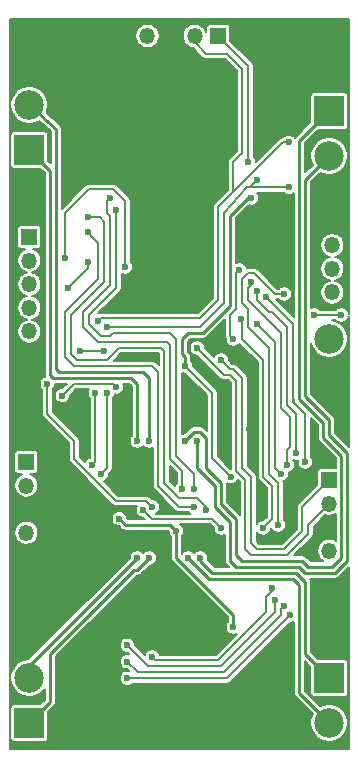
<source format=gbl>
G04 #@! TF.GenerationSoftware,KiCad,Pcbnew,(5.1.5)-3*
G04 #@! TF.CreationDate,2021-07-14T18:19:21-04:00*
G04 #@! TF.ProjectId,MotorDriver,4d6f746f-7244-4726-9976-65722e6b6963,rev?*
G04 #@! TF.SameCoordinates,Original*
G04 #@! TF.FileFunction,Copper,L2,Bot*
G04 #@! TF.FilePolarity,Positive*
%FSLAX46Y46*%
G04 Gerber Fmt 4.6, Leading zero omitted, Abs format (unit mm)*
G04 Created by KiCad (PCBNEW (5.1.5)-3) date 2021-07-14 18:19:21*
%MOMM*%
%LPD*%
G04 APERTURE LIST*
%ADD10O,1.350000X1.350000*%
%ADD11R,1.350000X1.350000*%
%ADD12C,2.499360*%
%ADD13R,2.499360X2.499360*%
%ADD14C,0.600000*%
%ADD15C,0.900000*%
%ADD16C,0.800000*%
%ADD17C,0.200000*%
%ADD18C,0.250000*%
G04 APERTURE END LIST*
D10*
X135382000Y-96900000D03*
X135382000Y-94900000D03*
X135382000Y-92900000D03*
X135382000Y-90900000D03*
D11*
X135382000Y-88900000D03*
D10*
X161036000Y-93598000D03*
X161036000Y-91598000D03*
X161036000Y-89598000D03*
X161036000Y-87598000D03*
D11*
X161036000Y-85598000D03*
D12*
X160782000Y-97536000D03*
D13*
X160782000Y-101346000D03*
D12*
X160782000Y-130048000D03*
D13*
X160782000Y-126238000D03*
D12*
X160782000Y-82042000D03*
D13*
X160782000Y-78232000D03*
D12*
X135382000Y-126238000D03*
D13*
X135382000Y-130048000D03*
D12*
X135382000Y-77724000D03*
D13*
X135382000Y-81534000D03*
D10*
X135128000Y-113950000D03*
X135128000Y-111950000D03*
X135128000Y-109950000D03*
D11*
X135128000Y-107950000D03*
D10*
X160782000Y-115474000D03*
X160782000Y-113474000D03*
X160782000Y-111474000D03*
D11*
X160782000Y-109474000D03*
D10*
X145384000Y-71882000D03*
X147384000Y-71882000D03*
X149384000Y-71882000D03*
D11*
X151384000Y-71882000D03*
D14*
X147320000Y-112014000D03*
X157480000Y-122174000D03*
D15*
X149606000Y-87884000D03*
X145796000Y-87884000D03*
X135128000Y-116840000D03*
X135128000Y-122936000D03*
X152654000Y-130302000D03*
X147574000Y-130302000D03*
X161544000Y-123444000D03*
X161544000Y-118110000D03*
X155194000Y-114554000D03*
X154178000Y-105156000D03*
X151638000Y-101346000D03*
X151638000Y-98044000D03*
X153416000Y-90424000D03*
X153416000Y-87630000D03*
D14*
X148844000Y-103124000D03*
X143256000Y-105918000D03*
X143510000Y-107696000D03*
X139700000Y-103632000D03*
D15*
X135128000Y-105156000D03*
X145796000Y-83058000D03*
X149606000Y-83058000D03*
X145542000Y-92456000D03*
X149606000Y-92710000D03*
X135128000Y-71882000D03*
X141986000Y-71882000D03*
X161036000Y-71882000D03*
X155956000Y-71882000D03*
X155702000Y-78232000D03*
X162052000Y-83820000D03*
X147828000Y-122682000D03*
X151130000Y-122428000D03*
X158496000Y-131318000D03*
X139446000Y-130302000D03*
D16*
X151384000Y-116332000D03*
D14*
X146558000Y-115570000D03*
X152908000Y-110490000D03*
X154940000Y-110490000D03*
X162052000Y-128270000D03*
D16*
X138684000Y-112014000D03*
D14*
X143002000Y-110490000D03*
X147574000Y-109220000D03*
X144018000Y-99060000D03*
X137922000Y-108966000D03*
X138176000Y-103632000D03*
X149352000Y-99060000D03*
X143764000Y-103632000D03*
X145796000Y-110744000D03*
X143256000Y-114046000D03*
X147320000Y-117094000D03*
X142748000Y-120650000D03*
X159512000Y-94234000D03*
X159512000Y-92456000D03*
X159512000Y-90424000D03*
X159512000Y-122682000D03*
X154178000Y-92710000D03*
X157226000Y-108204000D03*
X156210000Y-119634000D03*
X143687000Y-123464000D03*
X141732000Y-98552000D03*
X139700000Y-98552000D03*
X141224000Y-96012000D03*
X157344000Y-80899000D03*
X141986000Y-102108000D03*
X141478000Y-108966000D03*
X149606000Y-98298000D03*
X141986000Y-96520000D03*
X157344000Y-84709000D03*
X154686000Y-84074000D03*
X153924000Y-82550000D03*
X140970000Y-102108000D03*
X140716000Y-108204000D03*
X151638000Y-99314000D03*
X154686000Y-93472000D03*
X156972000Y-120142000D03*
X143687000Y-124862800D03*
X157988000Y-107188000D03*
X155448000Y-93980000D03*
X158750000Y-107950000D03*
X157480000Y-120904000D03*
X143687000Y-126262800D03*
X156972000Y-93726000D03*
X156464000Y-113284000D03*
X161798000Y-95504000D03*
X159512000Y-95504000D03*
X154686000Y-96266000D03*
X156718000Y-108966000D03*
X155956000Y-118618000D03*
X145796000Y-124460000D03*
X147828000Y-113792000D03*
X143002000Y-112753000D03*
X152654000Y-121920000D03*
X148590000Y-99822000D03*
X152423000Y-109197000D03*
X154178000Y-85598000D03*
X138176000Y-102339000D03*
X142748000Y-101600000D03*
X144526000Y-106172000D03*
X145542000Y-106172000D03*
X145542000Y-116078000D03*
X144526000Y-116078000D03*
X148590000Y-106172000D03*
X149606000Y-106172000D03*
X149860000Y-116078000D03*
X148844000Y-116078000D03*
X152654000Y-97536000D03*
X153162000Y-91694000D03*
X143510000Y-91440000D03*
X138430000Y-90655000D03*
X145034000Y-112014000D03*
X151638000Y-113538000D03*
X153289000Y-95869000D03*
X155194000Y-113538000D03*
X145796000Y-111760000D03*
X136906000Y-101346000D03*
X138684000Y-93218000D03*
X140344000Y-91059000D03*
X149352000Y-111760000D03*
X140344000Y-88519000D03*
X150368000Y-112014000D03*
X140344000Y-87249000D03*
X149352000Y-110236000D03*
X142748000Y-86614000D03*
X148336000Y-110236000D03*
X142240000Y-85598000D03*
D17*
X154178000Y-92710000D02*
X154178000Y-92964000D01*
X154178000Y-92964000D02*
X153924000Y-93218000D01*
X153924000Y-93218000D02*
X153924000Y-94234000D01*
X153924000Y-94234000D02*
X156718000Y-97028000D01*
X156718000Y-97028000D02*
X156718000Y-103378000D01*
X156718000Y-103378000D02*
X157480000Y-104140000D01*
X157480000Y-104140000D02*
X157480000Y-106680000D01*
X157480000Y-106680000D02*
X157226000Y-106934000D01*
X157226000Y-106934000D02*
X157226000Y-108204000D01*
X145445000Y-125222000D02*
X143687000Y-123464000D01*
X151638000Y-125222000D02*
X145445000Y-125222000D01*
X156210000Y-120650000D02*
X151638000Y-125222000D01*
X156210000Y-119634000D02*
X156210000Y-120650000D01*
X141732000Y-98552000D02*
X139700000Y-98552000D01*
X156845000Y-80899000D02*
X157344000Y-80899000D01*
X149384000Y-71882000D02*
X149384000Y-72422000D01*
X149384000Y-72422000D02*
X150368000Y-73406000D01*
X150368000Y-73406000D02*
X152146000Y-73406000D01*
X152146000Y-73406000D02*
X153416000Y-74676000D01*
X153416000Y-74676000D02*
X153416000Y-81788000D01*
X153416000Y-81788000D02*
X152654000Y-82550000D01*
X152654000Y-82550000D02*
X152654000Y-85090000D01*
X152654000Y-85090000D02*
X156845000Y-80899000D01*
X151384000Y-86360000D02*
X152654000Y-85090000D01*
X151384000Y-94234000D02*
X151384000Y-86360000D01*
X141478000Y-95758000D02*
X149860000Y-95758000D01*
X149860000Y-95758000D02*
X151384000Y-94234000D01*
X141224000Y-96012000D02*
X141478000Y-95758000D01*
X141986000Y-102108000D02*
X141986000Y-108458000D01*
X141986000Y-108458000D02*
X141478000Y-108966000D01*
X149606000Y-98298000D02*
X151892000Y-100584000D01*
X151892000Y-100584000D02*
X152400000Y-100584000D01*
X152400000Y-100584000D02*
X152908000Y-101092000D01*
X152908000Y-101092000D02*
X152908000Y-108712000D01*
X152908000Y-108712000D02*
X153670000Y-109474000D01*
X153670000Y-109474000D02*
X153670000Y-115316000D01*
X153670000Y-115316000D02*
X154178000Y-115824000D01*
X154178000Y-115824000D02*
X157226000Y-115824000D01*
X157226000Y-115824000D02*
X159004000Y-114046000D01*
X159004000Y-113252000D02*
X160782000Y-111474000D01*
X159004000Y-114046000D02*
X159004000Y-113252000D01*
X153797000Y-84709000D02*
X157344000Y-84709000D01*
X153797000Y-84709000D02*
X154051000Y-84709000D01*
X154051000Y-84709000D02*
X154686000Y-84074000D01*
X153924000Y-74422000D02*
X151384000Y-71882000D01*
X153924000Y-82550000D02*
X153924000Y-74422000D01*
X141986000Y-96520000D02*
X149860000Y-96520000D01*
X151892000Y-94488000D02*
X151892000Y-86868000D01*
X149860000Y-96520000D02*
X151892000Y-94488000D01*
X151892000Y-86868000D02*
X153797000Y-84709000D01*
X140970000Y-102108000D02*
X140970000Y-107950000D01*
X140970000Y-107950000D02*
X140716000Y-108204000D01*
X151638000Y-99314000D02*
X152400000Y-100076000D01*
X152400000Y-100076000D02*
X152654000Y-100076000D01*
X152654000Y-100076000D02*
X153416000Y-100838000D01*
X153416000Y-100838000D02*
X153416000Y-108458000D01*
X153416000Y-108458000D02*
X154178000Y-109220000D01*
X154178000Y-109220000D02*
X154178000Y-114808000D01*
X154178000Y-114808000D02*
X154686000Y-115316000D01*
X154686000Y-115316000D02*
X156972000Y-115316000D01*
X156972000Y-115316000D02*
X158496000Y-113792000D01*
X158496000Y-111760000D02*
X160782000Y-109474000D01*
X158496000Y-113792000D02*
X158496000Y-111760000D01*
X154686000Y-93472000D02*
X154686000Y-94234000D01*
X154686000Y-94234000D02*
X155702000Y-95250000D01*
X155702000Y-95250000D02*
X155956000Y-95250000D01*
X155956000Y-95250000D02*
X157226000Y-96520000D01*
X157226000Y-96520000D02*
X157226000Y-103124000D01*
X157226000Y-103124000D02*
X157988000Y-103886000D01*
X156972000Y-120142000D02*
X156718000Y-120396000D01*
X156718000Y-120396000D02*
X156718000Y-120904000D01*
X156718000Y-120904000D02*
X151892000Y-125730000D01*
X151892000Y-125730000D02*
X144554200Y-125730000D01*
X144554200Y-125730000D02*
X143687000Y-124862800D01*
X157988000Y-103886000D02*
X157988000Y-107188000D01*
X155448000Y-93980000D02*
X157734000Y-96266000D01*
X157734000Y-96266000D02*
X157734000Y-102616000D01*
D18*
X157734000Y-102616000D02*
X157734000Y-102870000D01*
D17*
X157734000Y-102870000D02*
X158750000Y-103886000D01*
X158750000Y-103886000D02*
X158750000Y-107950000D01*
X157480000Y-120904000D02*
X152121200Y-126262800D01*
X152121200Y-126262800D02*
X143687000Y-126262800D01*
X156972000Y-93726000D02*
X156210000Y-93726000D01*
X156210000Y-93726000D02*
X154432000Y-91948000D01*
X154432000Y-91948000D02*
X153924000Y-91948000D01*
X153924000Y-91948000D02*
X153416000Y-92456000D01*
X153416000Y-92456000D02*
X153416000Y-94488000D01*
X155702000Y-98298000D02*
X155702000Y-108966000D01*
X155702000Y-108966000D02*
X156464000Y-109728000D01*
X156464000Y-109728000D02*
X156464000Y-113284000D01*
X153924000Y-94996000D02*
X153416000Y-94488000D01*
X153924000Y-96520000D02*
X153924000Y-94996000D01*
X153924000Y-96520000D02*
X155702000Y-98298000D01*
X161798000Y-95504000D02*
X159512000Y-95504000D01*
X154686000Y-96266000D02*
X156210000Y-97790000D01*
X156210000Y-97790000D02*
X156210000Y-103632000D01*
X156210000Y-103632000D02*
X156210000Y-108204000D01*
X156210000Y-108204000D02*
X156210000Y-108458000D01*
X156210000Y-108458000D02*
X156718000Y-108966000D01*
X155956000Y-118618000D02*
X155956000Y-118872000D01*
X155956000Y-118872000D02*
X155448000Y-119380000D01*
X155448000Y-119380000D02*
X155448000Y-120650000D01*
X155448000Y-120650000D02*
X151384000Y-124714000D01*
X151384000Y-124714000D02*
X146050000Y-124714000D01*
X146050000Y-124714000D02*
X145796000Y-124460000D01*
D18*
X147828000Y-113792000D02*
X147320000Y-113284000D01*
X147320000Y-113284000D02*
X143533000Y-113284000D01*
X143533000Y-113284000D02*
X143002000Y-112753000D01*
X147828000Y-113792000D02*
X147828000Y-116078000D01*
X147828000Y-116078000D02*
X152654000Y-120904000D01*
X152654000Y-120904000D02*
X152654000Y-121920000D01*
D17*
X148590000Y-99822000D02*
X150876000Y-102108000D01*
X150876000Y-107650000D02*
X152423000Y-109197000D01*
X150876000Y-102108000D02*
X150876000Y-107650000D01*
D18*
X148590000Y-99822000D02*
X148590000Y-99060000D01*
X148590000Y-99060000D02*
X148336000Y-98806000D01*
X148336000Y-98806000D02*
X148336000Y-97536000D01*
X148336000Y-97536000D02*
X148844000Y-97028000D01*
X148844000Y-97028000D02*
X150114000Y-97028000D01*
X150114000Y-97028000D02*
X152400000Y-94742000D01*
X152400000Y-94742000D02*
X152400000Y-87122000D01*
X152400000Y-87122000D02*
X153924000Y-85598000D01*
X153924000Y-85598000D02*
X154178000Y-85598000D01*
D17*
X142748000Y-101600000D02*
X142494000Y-101346000D01*
X139169000Y-101346000D02*
X138176000Y-102339000D01*
X142494000Y-101346000D02*
X139169000Y-101346000D01*
D18*
X136906000Y-83058000D02*
X135382000Y-81534000D01*
X144526000Y-106172000D02*
X144526000Y-101346000D01*
X144526000Y-101346000D02*
X144018000Y-100838000D01*
X137414000Y-100838000D02*
X137160000Y-100584000D01*
X144018000Y-100838000D02*
X137414000Y-100838000D01*
X137160000Y-83312000D02*
X136906000Y-83058000D01*
X137160000Y-100584000D02*
X137160000Y-83312000D01*
X145542000Y-106172000D02*
X145542000Y-100838000D01*
X145542000Y-100838000D02*
X145034000Y-100330000D01*
X137668000Y-100076000D02*
X137668000Y-79756000D01*
X145034000Y-100330000D02*
X137922000Y-100330000D01*
X137668000Y-79756000D02*
X135382000Y-77724000D01*
X137922000Y-100330000D02*
X137668000Y-100076000D01*
X137160000Y-128270000D02*
X135382000Y-130048000D01*
X137160000Y-124206000D02*
X137160000Y-128270000D01*
X145542000Y-116078000D02*
X144526000Y-117094000D01*
X144272000Y-117094000D02*
X137160000Y-124206000D01*
X144526000Y-117094000D02*
X144272000Y-117094000D01*
X135382000Y-125222000D02*
X135382000Y-126238000D01*
X144526000Y-116078000D02*
X135382000Y-125222000D01*
X148590000Y-106172000D02*
X149352000Y-105410000D01*
D17*
X150114000Y-105664000D02*
X150368000Y-105918000D01*
D18*
X149860000Y-105410000D02*
X150368000Y-105918000D01*
X149352000Y-105410000D02*
X149860000Y-105410000D01*
X158242000Y-80772000D02*
X160782000Y-78232000D01*
X158242000Y-102616000D02*
X158242000Y-80772000D01*
X160274000Y-104648000D02*
X158242000Y-102616000D01*
X160274000Y-105918000D02*
X160274000Y-104648000D01*
X161798000Y-107442000D02*
X160274000Y-105918000D01*
X151638000Y-109728000D02*
X151638000Y-111506000D01*
X150368000Y-105918000D02*
X150368000Y-108458000D01*
X150368000Y-108458000D02*
X151638000Y-109728000D01*
X152908000Y-112776000D02*
X152908000Y-115824000D01*
X161798000Y-116078000D02*
X161798000Y-107442000D01*
X152908000Y-115824000D02*
X153416000Y-116332000D01*
X153416000Y-116332000D02*
X158496000Y-116332000D01*
X158496000Y-116332000D02*
X159004000Y-116840000D01*
X151638000Y-111506000D02*
X152908000Y-112776000D01*
X159004000Y-116840000D02*
X161036000Y-116840000D01*
X161036000Y-116840000D02*
X161798000Y-116078000D01*
X158750000Y-84074000D02*
X160782000Y-82042000D01*
X158750000Y-102362000D02*
X158750000Y-84074000D01*
X160782000Y-104394000D02*
X158750000Y-102362000D01*
X160782000Y-105664000D02*
X160782000Y-104394000D01*
X151130000Y-111760000D02*
X152400000Y-113030000D01*
X161290000Y-117348000D02*
X162306000Y-116332000D01*
X151130000Y-109982000D02*
X151130000Y-111760000D01*
X152400000Y-113030000D02*
X152400000Y-116332000D01*
X158242000Y-116840000D02*
X158750000Y-117348000D01*
X149606000Y-108458000D02*
X151130000Y-109982000D01*
X152400000Y-116332000D02*
X152908000Y-116840000D01*
X162306000Y-107188000D02*
X160782000Y-105664000D01*
X149606000Y-106172000D02*
X149606000Y-108458000D01*
X162306000Y-116332000D02*
X162306000Y-107188000D01*
X152908000Y-116840000D02*
X158242000Y-116840000D01*
X158750000Y-117348000D02*
X161290000Y-117348000D01*
X149860000Y-116078000D02*
X149860000Y-116332000D01*
X149860000Y-116332000D02*
X150876000Y-117348000D01*
X150876000Y-117348000D02*
X157988000Y-117348000D01*
X157988000Y-117348000D02*
X158750000Y-118110000D01*
X158750000Y-118110000D02*
X158750000Y-124206000D01*
X158750000Y-124206000D02*
X160782000Y-126238000D01*
X158242000Y-118364000D02*
X158242000Y-127508000D01*
X158242000Y-127508000D02*
X160782000Y-130048000D01*
X148844000Y-116078000D02*
X150622000Y-117856000D01*
X157734000Y-117856000D02*
X158242000Y-118364000D01*
X150622000Y-117856000D02*
X157734000Y-117856000D01*
D17*
X152654000Y-97536000D02*
X152400000Y-97282000D01*
X152400000Y-97282000D02*
X152400000Y-95504000D01*
X152400000Y-95504000D02*
X152908000Y-94996000D01*
X152908000Y-94996000D02*
X152908000Y-91948000D01*
X152908000Y-91948000D02*
X153162000Y-91694000D01*
X143510000Y-91440000D02*
X143510000Y-85852000D01*
X143510000Y-85852000D02*
X142494000Y-84836000D01*
X142494000Y-84836000D02*
X140462000Y-84836000D01*
X140462000Y-84836000D02*
X138430000Y-86868000D01*
X138430000Y-86868000D02*
X138430000Y-90655000D01*
X145034000Y-112014000D02*
X145542000Y-112522000D01*
X145542000Y-112522000D02*
X145796000Y-112776000D01*
X145796000Y-112776000D02*
X149606000Y-112776000D01*
X149606000Y-112776000D02*
X150876000Y-112776000D01*
X150876000Y-112776000D02*
X151638000Y-113538000D01*
X155194000Y-108966000D02*
X155194000Y-99314000D01*
X155194000Y-99314000D02*
X153416000Y-97536000D01*
X153416000Y-97536000D02*
X153416000Y-95996000D01*
X153416000Y-95996000D02*
X153289000Y-95869000D01*
X155194000Y-108966000D02*
X155194000Y-109220000D01*
X155194000Y-109220000D02*
X155956000Y-109982000D01*
X155956000Y-109982000D02*
X155956000Y-112776000D01*
X155956000Y-112776000D02*
X155194000Y-113538000D01*
X136906000Y-102108000D02*
X136906000Y-101346000D01*
X145288000Y-111252000D02*
X142748000Y-111252000D01*
X139192000Y-106172000D02*
X136906000Y-103886000D01*
X136906000Y-103886000D02*
X136906000Y-102108000D01*
X145796000Y-111760000D02*
X145288000Y-111252000D01*
X142748000Y-111252000D02*
X139192000Y-107696000D01*
X139192000Y-107696000D02*
X139192000Y-106172000D01*
X138684000Y-93218000D02*
X140344000Y-91558000D01*
X140344000Y-91558000D02*
X140344000Y-91059000D01*
X146304000Y-100330000D02*
X145796000Y-99822000D01*
X140725000Y-88900000D02*
X140344000Y-88519000D01*
X138430000Y-99060000D02*
X138430000Y-95250000D01*
X146304000Y-109982000D02*
X146304000Y-100330000D01*
X139192000Y-99822000D02*
X138430000Y-99060000D01*
X149352000Y-111760000D02*
X148082000Y-111760000D01*
X145796000Y-99822000D02*
X139192000Y-99822000D01*
X148082000Y-111760000D02*
X146304000Y-109982000D01*
X138430000Y-95250000D02*
X141224000Y-92456000D01*
X141224000Y-89408000D02*
X140716000Y-88900000D01*
X140716000Y-88900000D02*
X140725000Y-88900000D01*
X141224000Y-92456000D02*
X141224000Y-89408000D01*
X141732000Y-87630000D02*
X141351000Y-87249000D01*
X141732000Y-92710000D02*
X141732000Y-87630000D01*
X141351000Y-87249000D02*
X140344000Y-87249000D01*
X138938000Y-95504000D02*
X141732000Y-92710000D01*
X138938000Y-98806000D02*
X138938000Y-95504000D01*
X148082000Y-110998000D02*
X146812000Y-109728000D01*
X150368000Y-112014000D02*
X150368000Y-111760000D01*
X150368000Y-111760000D02*
X149606000Y-110998000D01*
X146812000Y-109728000D02*
X146812000Y-98552000D01*
X149606000Y-110998000D02*
X148082000Y-110998000D01*
X143002000Y-98298000D02*
X141986000Y-99314000D01*
X146812000Y-98552000D02*
X146558000Y-98298000D01*
X146558000Y-98298000D02*
X143002000Y-98298000D01*
X141986000Y-99314000D02*
X139446000Y-99314000D01*
X139446000Y-99314000D02*
X138938000Y-98806000D01*
X149352000Y-110236000D02*
X149352000Y-108966000D01*
X149352000Y-108966000D02*
X147828000Y-107442000D01*
X147828000Y-107442000D02*
X147828000Y-97536000D01*
X147828000Y-97536000D02*
X147320000Y-97028000D01*
X147320000Y-97028000D02*
X142494000Y-97028000D01*
X142494000Y-97028000D02*
X142240000Y-97282000D01*
X142240000Y-97282000D02*
X141478000Y-97282000D01*
X141478000Y-97282000D02*
X140462000Y-96266000D01*
X140462000Y-96266000D02*
X140462000Y-95504000D01*
X140462000Y-95504000D02*
X141986000Y-93980000D01*
X141986000Y-93980000D02*
X142748000Y-93218000D01*
X142748000Y-93218000D02*
X142748000Y-86614000D01*
X141986000Y-85852000D02*
X142240000Y-85598000D01*
X148336000Y-110236000D02*
X148336000Y-108712000D01*
X148336000Y-108712000D02*
X147320000Y-107696000D01*
X147320000Y-107696000D02*
X147320000Y-98044000D01*
X147320000Y-98044000D02*
X147066000Y-97790000D01*
X141224000Y-97790000D02*
X139954000Y-96520000D01*
X139954000Y-96520000D02*
X139954000Y-95250000D01*
X139954000Y-95250000D02*
X142240000Y-92964000D01*
X142240000Y-92964000D02*
X142240000Y-87122000D01*
X142240000Y-87122000D02*
X141986000Y-86868000D01*
X147066000Y-97790000D02*
X141224000Y-97790000D01*
X141986000Y-86868000D02*
X141986000Y-85852000D01*
G36*
X162439001Y-95394738D02*
G01*
X162423021Y-95314402D01*
X162374022Y-95196110D01*
X162302888Y-95089649D01*
X162212351Y-94999112D01*
X162105890Y-94927978D01*
X161987598Y-94878979D01*
X161862019Y-94854000D01*
X161733981Y-94854000D01*
X161608402Y-94878979D01*
X161490110Y-94927978D01*
X161383649Y-94999112D01*
X161328761Y-95054000D01*
X159981239Y-95054000D01*
X159926351Y-94999112D01*
X159819890Y-94927978D01*
X159701598Y-94878979D01*
X159576019Y-94854000D01*
X159447981Y-94854000D01*
X159322402Y-94878979D01*
X159225000Y-94919325D01*
X159225000Y-89497046D01*
X160011000Y-89497046D01*
X160011000Y-89698954D01*
X160050390Y-89896982D01*
X160127656Y-90083520D01*
X160239830Y-90251400D01*
X160382600Y-90394170D01*
X160550480Y-90506344D01*
X160737018Y-90583610D01*
X160809362Y-90598000D01*
X160737018Y-90612390D01*
X160550480Y-90689656D01*
X160382600Y-90801830D01*
X160239830Y-90944600D01*
X160127656Y-91112480D01*
X160050390Y-91299018D01*
X160011000Y-91497046D01*
X160011000Y-91698954D01*
X160050390Y-91896982D01*
X160127656Y-92083520D01*
X160239830Y-92251400D01*
X160382600Y-92394170D01*
X160550480Y-92506344D01*
X160737018Y-92583610D01*
X160809362Y-92598000D01*
X160737018Y-92612390D01*
X160550480Y-92689656D01*
X160382600Y-92801830D01*
X160239830Y-92944600D01*
X160127656Y-93112480D01*
X160050390Y-93299018D01*
X160011000Y-93497046D01*
X160011000Y-93698954D01*
X160050390Y-93896982D01*
X160127656Y-94083520D01*
X160239830Y-94251400D01*
X160382600Y-94394170D01*
X160550480Y-94506344D01*
X160737018Y-94583610D01*
X160935046Y-94623000D01*
X161136954Y-94623000D01*
X161334982Y-94583610D01*
X161521520Y-94506344D01*
X161689400Y-94394170D01*
X161832170Y-94251400D01*
X161944344Y-94083520D01*
X162021610Y-93896982D01*
X162061000Y-93698954D01*
X162061000Y-93497046D01*
X162021610Y-93299018D01*
X161944344Y-93112480D01*
X161832170Y-92944600D01*
X161689400Y-92801830D01*
X161521520Y-92689656D01*
X161334982Y-92612390D01*
X161262638Y-92598000D01*
X161334982Y-92583610D01*
X161521520Y-92506344D01*
X161689400Y-92394170D01*
X161832170Y-92251400D01*
X161944344Y-92083520D01*
X162021610Y-91896982D01*
X162061000Y-91698954D01*
X162061000Y-91497046D01*
X162021610Y-91299018D01*
X161944344Y-91112480D01*
X161832170Y-90944600D01*
X161689400Y-90801830D01*
X161521520Y-90689656D01*
X161334982Y-90612390D01*
X161262638Y-90598000D01*
X161334982Y-90583610D01*
X161521520Y-90506344D01*
X161689400Y-90394170D01*
X161832170Y-90251400D01*
X161944344Y-90083520D01*
X162021610Y-89896982D01*
X162061000Y-89698954D01*
X162061000Y-89497046D01*
X162021610Y-89299018D01*
X161944344Y-89112480D01*
X161832170Y-88944600D01*
X161689400Y-88801830D01*
X161521520Y-88689656D01*
X161334982Y-88612390D01*
X161136954Y-88573000D01*
X160935046Y-88573000D01*
X160737018Y-88612390D01*
X160550480Y-88689656D01*
X160382600Y-88801830D01*
X160239830Y-88944600D01*
X160127656Y-89112480D01*
X160050390Y-89299018D01*
X160011000Y-89497046D01*
X159225000Y-89497046D01*
X159225000Y-84270750D01*
X160032657Y-83463093D01*
X160315391Y-83580205D01*
X160624445Y-83641680D01*
X160939555Y-83641680D01*
X161248609Y-83580205D01*
X161539733Y-83459618D01*
X161801736Y-83284552D01*
X162024552Y-83061736D01*
X162199618Y-82799733D01*
X162320205Y-82508609D01*
X162381680Y-82199555D01*
X162381680Y-81884445D01*
X162320205Y-81575391D01*
X162199618Y-81284267D01*
X162024552Y-81022264D01*
X161801736Y-80799448D01*
X161539733Y-80624382D01*
X161248609Y-80503795D01*
X160939555Y-80442320D01*
X160624445Y-80442320D01*
X160315391Y-80503795D01*
X160024267Y-80624382D01*
X159762264Y-80799448D01*
X159539448Y-81022264D01*
X159364382Y-81284267D01*
X159243795Y-81575391D01*
X159182320Y-81884445D01*
X159182320Y-82199555D01*
X159243795Y-82508609D01*
X159360907Y-82791343D01*
X158717000Y-83435250D01*
X158717000Y-80968750D01*
X159852378Y-79833373D01*
X162031680Y-79833373D01*
X162100292Y-79826615D01*
X162166267Y-79806602D01*
X162227070Y-79774102D01*
X162280365Y-79730365D01*
X162324102Y-79677070D01*
X162356602Y-79616267D01*
X162376615Y-79550292D01*
X162383373Y-79481680D01*
X162383373Y-76982320D01*
X162376615Y-76913708D01*
X162356602Y-76847733D01*
X162324102Y-76786930D01*
X162280365Y-76733635D01*
X162227070Y-76689898D01*
X162166267Y-76657398D01*
X162100292Y-76637385D01*
X162031680Y-76630627D01*
X159532320Y-76630627D01*
X159463708Y-76637385D01*
X159397733Y-76657398D01*
X159336930Y-76689898D01*
X159283635Y-76733635D01*
X159239898Y-76786930D01*
X159207398Y-76847733D01*
X159187385Y-76913708D01*
X159180627Y-76982320D01*
X159180627Y-79161622D01*
X157922629Y-80419621D01*
X157904500Y-80434499D01*
X157855375Y-80494358D01*
X157848888Y-80484649D01*
X157758351Y-80394112D01*
X157651890Y-80322978D01*
X157533598Y-80273979D01*
X157408019Y-80249000D01*
X157279981Y-80249000D01*
X157154402Y-80273979D01*
X157036110Y-80322978D01*
X156929649Y-80394112D01*
X156874761Y-80449000D01*
X156867094Y-80449000D01*
X156844999Y-80446824D01*
X156822905Y-80449000D01*
X156822895Y-80449000D01*
X156756785Y-80455511D01*
X156671959Y-80481243D01*
X156593783Y-80523029D01*
X156542432Y-80565172D01*
X156542428Y-80565176D01*
X156525263Y-80579263D01*
X156511176Y-80596428D01*
X154574000Y-82533604D01*
X154574000Y-82485981D01*
X154549021Y-82360402D01*
X154500022Y-82242110D01*
X154428888Y-82135649D01*
X154374000Y-82080761D01*
X154374000Y-74444091D01*
X154376176Y-74421999D01*
X154374000Y-74399907D01*
X154374000Y-74399895D01*
X154367489Y-74333785D01*
X154341757Y-74248959D01*
X154314526Y-74198014D01*
X154299971Y-74170783D01*
X154257828Y-74119432D01*
X154257824Y-74119428D01*
X154243737Y-74102263D01*
X154226572Y-74088176D01*
X152410693Y-72272298D01*
X152410693Y-71207000D01*
X152403935Y-71138388D01*
X152383922Y-71072413D01*
X152351422Y-71011610D01*
X152307685Y-70958315D01*
X152254390Y-70914578D01*
X152193587Y-70882078D01*
X152127612Y-70862065D01*
X152059000Y-70855307D01*
X150709000Y-70855307D01*
X150640388Y-70862065D01*
X150574413Y-70882078D01*
X150513610Y-70914578D01*
X150460315Y-70958315D01*
X150416578Y-71011610D01*
X150384078Y-71072413D01*
X150364065Y-71138388D01*
X150357307Y-71207000D01*
X150357307Y-71553316D01*
X150292344Y-71396480D01*
X150180170Y-71228600D01*
X150037400Y-71085830D01*
X149869520Y-70973656D01*
X149682982Y-70896390D01*
X149484954Y-70857000D01*
X149283046Y-70857000D01*
X149085018Y-70896390D01*
X148898480Y-70973656D01*
X148730600Y-71085830D01*
X148587830Y-71228600D01*
X148475656Y-71396480D01*
X148398390Y-71583018D01*
X148359000Y-71781046D01*
X148359000Y-71982954D01*
X148398390Y-72180982D01*
X148475656Y-72367520D01*
X148587830Y-72535400D01*
X148730600Y-72678170D01*
X148898480Y-72790344D01*
X149085018Y-72867610D01*
X149220080Y-72894475D01*
X150034176Y-73708572D01*
X150048263Y-73725737D01*
X150065428Y-73739824D01*
X150065432Y-73739828D01*
X150116783Y-73781971D01*
X150194959Y-73823757D01*
X150279785Y-73849489D01*
X150345895Y-73856000D01*
X150345905Y-73856000D01*
X150367999Y-73858176D01*
X150390094Y-73856000D01*
X151959605Y-73856000D01*
X152966000Y-74862396D01*
X152966001Y-81601603D01*
X152351433Y-82216171D01*
X152334263Y-82230263D01*
X152320172Y-82247433D01*
X152278029Y-82298784D01*
X152244572Y-82361378D01*
X152236243Y-82376960D01*
X152210511Y-82461786D01*
X152204000Y-82527896D01*
X152204000Y-82527906D01*
X152201824Y-82550000D01*
X152204000Y-82572095D01*
X152204001Y-84903603D01*
X151081429Y-86026176D01*
X151064264Y-86040263D01*
X151050177Y-86057428D01*
X151050172Y-86057433D01*
X151008029Y-86108784D01*
X150966243Y-86186960D01*
X150940512Y-86271785D01*
X150931824Y-86360000D01*
X150934001Y-86382104D01*
X150934000Y-94047604D01*
X149673605Y-95308000D01*
X141500093Y-95308000D01*
X141477999Y-95305824D01*
X141455905Y-95308000D01*
X141455895Y-95308000D01*
X141389785Y-95314511D01*
X141304959Y-95340243D01*
X141264255Y-95362000D01*
X141240395Y-95362000D01*
X142319828Y-94282568D01*
X142319832Y-94282563D01*
X143050573Y-93551823D01*
X143067737Y-93537737D01*
X143081824Y-93520572D01*
X143081828Y-93520568D01*
X143123971Y-93469217D01*
X143165757Y-93391041D01*
X143181249Y-93339971D01*
X143191489Y-93306215D01*
X143198000Y-93240105D01*
X143198000Y-93240094D01*
X143200176Y-93218000D01*
X143198000Y-93195906D01*
X143198000Y-92013276D01*
X143202110Y-92016022D01*
X143320402Y-92065021D01*
X143445981Y-92090000D01*
X143574019Y-92090000D01*
X143699598Y-92065021D01*
X143817890Y-92016022D01*
X143924351Y-91944888D01*
X144014888Y-91854351D01*
X144086022Y-91747890D01*
X144135021Y-91629598D01*
X144160000Y-91504019D01*
X144160000Y-91375981D01*
X144135021Y-91250402D01*
X144086022Y-91132110D01*
X144014888Y-91025649D01*
X143960000Y-90970761D01*
X143960000Y-85874094D01*
X143962176Y-85852000D01*
X143960000Y-85829905D01*
X143960000Y-85829895D01*
X143953489Y-85763785D01*
X143927757Y-85678959D01*
X143918702Y-85662019D01*
X143885971Y-85600783D01*
X143843828Y-85549432D01*
X143843824Y-85549428D01*
X143829737Y-85532263D01*
X143812572Y-85518176D01*
X142827829Y-84533434D01*
X142813737Y-84516263D01*
X142745216Y-84460029D01*
X142667041Y-84418243D01*
X142582215Y-84392511D01*
X142516105Y-84386000D01*
X142516094Y-84386000D01*
X142494000Y-84383824D01*
X142471906Y-84386000D01*
X140484094Y-84386000D01*
X140462000Y-84383824D01*
X140439905Y-84386000D01*
X140439895Y-84386000D01*
X140373785Y-84392511D01*
X140288959Y-84418243D01*
X140210783Y-84460029D01*
X140159432Y-84502172D01*
X140159428Y-84502176D01*
X140142263Y-84516263D01*
X140128176Y-84533428D01*
X138143000Y-86518605D01*
X138143000Y-79765349D01*
X138144474Y-79727972D01*
X138139345Y-79695556D01*
X138136127Y-79662884D01*
X138132047Y-79649434D01*
X138129851Y-79635555D01*
X138118495Y-79604758D01*
X138108966Y-79573346D01*
X138102341Y-79560952D01*
X138097479Y-79547766D01*
X138080334Y-79519778D01*
X138064859Y-79490827D01*
X138055942Y-79479961D01*
X138048602Y-79467980D01*
X138026329Y-79443878D01*
X138005501Y-79418499D01*
X137976574Y-79394759D01*
X136839930Y-78384410D01*
X136920205Y-78190609D01*
X136981680Y-77881555D01*
X136981680Y-77566445D01*
X136920205Y-77257391D01*
X136799618Y-76966267D01*
X136624552Y-76704264D01*
X136401736Y-76481448D01*
X136139733Y-76306382D01*
X135848609Y-76185795D01*
X135539555Y-76124320D01*
X135224445Y-76124320D01*
X134915391Y-76185795D01*
X134624267Y-76306382D01*
X134362264Y-76481448D01*
X134139448Y-76704264D01*
X133964382Y-76966267D01*
X133843795Y-77257391D01*
X133782320Y-77566445D01*
X133782320Y-77881555D01*
X133843795Y-78190609D01*
X133964382Y-78481733D01*
X134139448Y-78743736D01*
X134362264Y-78966552D01*
X134624267Y-79141618D01*
X134915391Y-79262205D01*
X135224445Y-79323680D01*
X135539555Y-79323680D01*
X135848609Y-79262205D01*
X136139733Y-79141618D01*
X136209447Y-79095036D01*
X137193001Y-79969307D01*
X137193001Y-82673250D01*
X136983373Y-82463622D01*
X136983373Y-80284320D01*
X136976615Y-80215708D01*
X136956602Y-80149733D01*
X136924102Y-80088930D01*
X136880365Y-80035635D01*
X136827070Y-79991898D01*
X136766267Y-79959398D01*
X136700292Y-79939385D01*
X136631680Y-79932627D01*
X134132320Y-79932627D01*
X134063708Y-79939385D01*
X133997733Y-79959398D01*
X133936930Y-79991898D01*
X133883635Y-80035635D01*
X133839898Y-80088930D01*
X133807398Y-80149733D01*
X133787385Y-80215708D01*
X133780627Y-80284320D01*
X133780627Y-82783680D01*
X133787385Y-82852292D01*
X133807398Y-82918267D01*
X133839898Y-82979070D01*
X133883635Y-83032365D01*
X133936930Y-83076102D01*
X133997733Y-83108602D01*
X134063708Y-83128615D01*
X134132320Y-83135373D01*
X136311622Y-83135373D01*
X136586622Y-83410373D01*
X136586628Y-83410378D01*
X136685001Y-83508751D01*
X136685000Y-100560668D01*
X136682702Y-100584000D01*
X136689729Y-100655345D01*
X136691873Y-100677115D01*
X136706432Y-100725109D01*
X136598110Y-100769978D01*
X136491649Y-100841112D01*
X136401112Y-100931649D01*
X136329978Y-101038110D01*
X136280979Y-101156402D01*
X136256000Y-101281981D01*
X136256000Y-101410019D01*
X136280979Y-101535598D01*
X136329978Y-101653890D01*
X136401112Y-101760351D01*
X136456000Y-101815239D01*
X136456000Y-102130104D01*
X136456001Y-102130114D01*
X136456000Y-103863905D01*
X136453824Y-103886000D01*
X136456000Y-103908094D01*
X136456000Y-103908104D01*
X136462511Y-103974214D01*
X136487472Y-104056499D01*
X136488243Y-104059040D01*
X136530029Y-104137216D01*
X136565037Y-104179873D01*
X136586263Y-104205737D01*
X136603433Y-104219828D01*
X138742001Y-106358397D01*
X138742000Y-107673905D01*
X138739824Y-107696000D01*
X138742000Y-107718094D01*
X138742000Y-107718104D01*
X138748511Y-107784214D01*
X138774243Y-107869040D01*
X138816029Y-107947216D01*
X138851037Y-107989873D01*
X138872263Y-108015737D01*
X138889434Y-108029829D01*
X142414176Y-111554572D01*
X142428263Y-111571737D01*
X142445428Y-111585824D01*
X142445432Y-111585828D01*
X142496783Y-111627971D01*
X142515601Y-111638029D01*
X142574959Y-111669757D01*
X142659785Y-111695489D01*
X142725895Y-111702000D01*
X142725907Y-111702000D01*
X142747999Y-111704176D01*
X142770091Y-111702000D01*
X144460724Y-111702000D01*
X144457978Y-111706110D01*
X144408979Y-111824402D01*
X144384000Y-111949981D01*
X144384000Y-112078019D01*
X144408979Y-112203598D01*
X144457978Y-112321890D01*
X144529112Y-112428351D01*
X144619649Y-112518888D01*
X144726110Y-112590022D01*
X144844402Y-112639021D01*
X144969981Y-112664000D01*
X145047604Y-112664000D01*
X145192604Y-112809000D01*
X143729751Y-112809000D01*
X143652000Y-112731249D01*
X143652000Y-112688981D01*
X143627021Y-112563402D01*
X143578022Y-112445110D01*
X143506888Y-112338649D01*
X143416351Y-112248112D01*
X143309890Y-112176978D01*
X143191598Y-112127979D01*
X143066019Y-112103000D01*
X142937981Y-112103000D01*
X142812402Y-112127979D01*
X142694110Y-112176978D01*
X142587649Y-112248112D01*
X142497112Y-112338649D01*
X142425978Y-112445110D01*
X142376979Y-112563402D01*
X142352000Y-112688981D01*
X142352000Y-112817019D01*
X142376979Y-112942598D01*
X142425978Y-113060890D01*
X142497112Y-113167351D01*
X142587649Y-113257888D01*
X142694110Y-113329022D01*
X142812402Y-113378021D01*
X142937981Y-113403000D01*
X142980249Y-113403000D01*
X143180620Y-113603371D01*
X143195499Y-113621501D01*
X143267827Y-113680859D01*
X143350346Y-113724966D01*
X143412722Y-113743888D01*
X143439883Y-113752127D01*
X143532999Y-113761298D01*
X143556331Y-113759000D01*
X147123250Y-113759000D01*
X147178000Y-113813750D01*
X147178000Y-113856019D01*
X147202979Y-113981598D01*
X147251978Y-114099890D01*
X147323112Y-114206351D01*
X147353000Y-114236239D01*
X147353001Y-116054658D01*
X147350702Y-116078000D01*
X147359873Y-116171116D01*
X147387035Y-116260653D01*
X147387035Y-116260654D01*
X147431142Y-116343173D01*
X147490500Y-116415501D01*
X147508629Y-116430379D01*
X152179000Y-121100752D01*
X152179001Y-121475760D01*
X152149112Y-121505649D01*
X152077978Y-121612110D01*
X152028979Y-121730402D01*
X152004000Y-121855981D01*
X152004000Y-121984019D01*
X152028979Y-122109598D01*
X152077978Y-122227890D01*
X152149112Y-122334351D01*
X152239649Y-122424888D01*
X152346110Y-122496022D01*
X152464402Y-122545021D01*
X152589981Y-122570000D01*
X152718019Y-122570000D01*
X152843598Y-122545021D01*
X152961890Y-122496022D01*
X152973018Y-122488587D01*
X151197605Y-124264000D01*
X146418369Y-124264000D01*
X146372022Y-124152110D01*
X146300888Y-124045649D01*
X146210351Y-123955112D01*
X146103890Y-123883978D01*
X145985598Y-123834979D01*
X145860019Y-123810000D01*
X145731981Y-123810000D01*
X145606402Y-123834979D01*
X145488110Y-123883978D01*
X145381649Y-123955112D01*
X145291112Y-124045649D01*
X145219978Y-124152110D01*
X145170979Y-124270402D01*
X145164147Y-124304751D01*
X144337000Y-123477605D01*
X144337000Y-123399981D01*
X144312021Y-123274402D01*
X144263022Y-123156110D01*
X144191888Y-123049649D01*
X144101351Y-122959112D01*
X143994890Y-122887978D01*
X143876598Y-122838979D01*
X143751019Y-122814000D01*
X143622981Y-122814000D01*
X143497402Y-122838979D01*
X143379110Y-122887978D01*
X143272649Y-122959112D01*
X143182112Y-123049649D01*
X143110978Y-123156110D01*
X143061979Y-123274402D01*
X143037000Y-123399981D01*
X143037000Y-123528019D01*
X143061979Y-123653598D01*
X143110978Y-123771890D01*
X143182112Y-123878351D01*
X143272649Y-123968888D01*
X143379110Y-124040022D01*
X143497402Y-124089021D01*
X143622981Y-124114000D01*
X143700605Y-124114000D01*
X143811419Y-124224814D01*
X143751019Y-124212800D01*
X143622981Y-124212800D01*
X143497402Y-124237779D01*
X143379110Y-124286778D01*
X143272649Y-124357912D01*
X143182112Y-124448449D01*
X143110978Y-124554910D01*
X143061979Y-124673202D01*
X143037000Y-124798781D01*
X143037000Y-124926819D01*
X143061979Y-125052398D01*
X143110978Y-125170690D01*
X143182112Y-125277151D01*
X143272649Y-125367688D01*
X143379110Y-125438822D01*
X143497402Y-125487821D01*
X143622981Y-125512800D01*
X143700605Y-125512800D01*
X143812917Y-125625112D01*
X143751019Y-125612800D01*
X143622981Y-125612800D01*
X143497402Y-125637779D01*
X143379110Y-125686778D01*
X143272649Y-125757912D01*
X143182112Y-125848449D01*
X143110978Y-125954910D01*
X143061979Y-126073202D01*
X143037000Y-126198781D01*
X143037000Y-126326819D01*
X143061979Y-126452398D01*
X143110978Y-126570690D01*
X143182112Y-126677151D01*
X143272649Y-126767688D01*
X143379110Y-126838822D01*
X143497402Y-126887821D01*
X143622981Y-126912800D01*
X143751019Y-126912800D01*
X143876598Y-126887821D01*
X143994890Y-126838822D01*
X144101351Y-126767688D01*
X144156239Y-126712800D01*
X152099106Y-126712800D01*
X152121200Y-126714976D01*
X152143294Y-126712800D01*
X152143305Y-126712800D01*
X152209415Y-126706289D01*
X152294241Y-126680557D01*
X152372416Y-126638771D01*
X152440937Y-126582537D01*
X152455029Y-126565366D01*
X157466396Y-121554000D01*
X157544019Y-121554000D01*
X157669598Y-121529021D01*
X157767000Y-121488675D01*
X157767001Y-127484658D01*
X157764702Y-127508000D01*
X157773873Y-127601116D01*
X157790407Y-127655618D01*
X157801035Y-127690654D01*
X157845142Y-127773173D01*
X157904500Y-127845501D01*
X157922629Y-127860379D01*
X159360907Y-129298657D01*
X159243795Y-129581391D01*
X159182320Y-129890445D01*
X159182320Y-130205555D01*
X159243795Y-130514609D01*
X159364382Y-130805733D01*
X159539448Y-131067736D01*
X159762264Y-131290552D01*
X160024267Y-131465618D01*
X160315391Y-131586205D01*
X160624445Y-131647680D01*
X160939555Y-131647680D01*
X161248609Y-131586205D01*
X161539733Y-131465618D01*
X161801736Y-131290552D01*
X162024552Y-131067736D01*
X162199618Y-130805733D01*
X162320205Y-130514609D01*
X162381680Y-130205555D01*
X162381680Y-129890445D01*
X162320205Y-129581391D01*
X162199618Y-129290267D01*
X162024552Y-129028264D01*
X161801736Y-128805448D01*
X161539733Y-128630382D01*
X161248609Y-128509795D01*
X160939555Y-128448320D01*
X160624445Y-128448320D01*
X160315391Y-128509795D01*
X160032657Y-128626907D01*
X158717000Y-127311250D01*
X158717000Y-124844750D01*
X159180627Y-125308377D01*
X159180627Y-127487680D01*
X159187385Y-127556292D01*
X159207398Y-127622267D01*
X159239898Y-127683070D01*
X159283635Y-127736365D01*
X159336930Y-127780102D01*
X159397733Y-127812602D01*
X159463708Y-127832615D01*
X159532320Y-127839373D01*
X162031680Y-127839373D01*
X162100292Y-127832615D01*
X162166267Y-127812602D01*
X162227070Y-127780102D01*
X162280365Y-127736365D01*
X162324102Y-127683070D01*
X162356602Y-127622267D01*
X162376615Y-127556292D01*
X162383373Y-127487680D01*
X162383373Y-124988320D01*
X162376615Y-124919708D01*
X162356602Y-124853733D01*
X162324102Y-124792930D01*
X162280365Y-124739635D01*
X162227070Y-124695898D01*
X162166267Y-124663398D01*
X162100292Y-124643385D01*
X162031680Y-124636627D01*
X159852377Y-124636627D01*
X159225000Y-124009250D01*
X159225000Y-118133332D01*
X159227298Y-118110000D01*
X159218127Y-118016884D01*
X159190966Y-117927346D01*
X159169241Y-117886702D01*
X159146859Y-117844827D01*
X159128946Y-117823000D01*
X161266668Y-117823000D01*
X161290000Y-117825298D01*
X161313332Y-117823000D01*
X161383116Y-117816127D01*
X161472654Y-117788966D01*
X161555173Y-117744859D01*
X161627501Y-117685501D01*
X161642384Y-117667366D01*
X162439000Y-116870751D01*
X162439000Y-132213000D01*
X133725000Y-132213000D01*
X133725000Y-128798320D01*
X133780627Y-128798320D01*
X133780627Y-131297680D01*
X133787385Y-131366292D01*
X133807398Y-131432267D01*
X133839898Y-131493070D01*
X133883635Y-131546365D01*
X133936930Y-131590102D01*
X133997733Y-131622602D01*
X134063708Y-131642615D01*
X134132320Y-131649373D01*
X136631680Y-131649373D01*
X136700292Y-131642615D01*
X136766267Y-131622602D01*
X136827070Y-131590102D01*
X136880365Y-131546365D01*
X136924102Y-131493070D01*
X136956602Y-131432267D01*
X136976615Y-131366292D01*
X136983373Y-131297680D01*
X136983373Y-129118378D01*
X137479377Y-128622375D01*
X137497501Y-128607501D01*
X137556859Y-128535173D01*
X137600966Y-128452654D01*
X137628127Y-128363116D01*
X137635000Y-128293332D01*
X137637298Y-128270000D01*
X137635000Y-128246668D01*
X137635000Y-124402750D01*
X144468752Y-117569000D01*
X144502668Y-117569000D01*
X144526000Y-117571298D01*
X144549332Y-117569000D01*
X144619116Y-117562127D01*
X144708654Y-117534966D01*
X144791173Y-117490859D01*
X144863501Y-117431501D01*
X144878384Y-117413366D01*
X145563751Y-116728000D01*
X145606019Y-116728000D01*
X145731598Y-116703021D01*
X145849890Y-116654022D01*
X145956351Y-116582888D01*
X146046888Y-116492351D01*
X146118022Y-116385890D01*
X146167021Y-116267598D01*
X146192000Y-116142019D01*
X146192000Y-116013981D01*
X146167021Y-115888402D01*
X146118022Y-115770110D01*
X146046888Y-115663649D01*
X145956351Y-115573112D01*
X145849890Y-115501978D01*
X145731598Y-115452979D01*
X145606019Y-115428000D01*
X145477981Y-115428000D01*
X145352402Y-115452979D01*
X145234110Y-115501978D01*
X145127649Y-115573112D01*
X145037112Y-115663649D01*
X145034000Y-115668307D01*
X145030888Y-115663649D01*
X144940351Y-115573112D01*
X144833890Y-115501978D01*
X144715598Y-115452979D01*
X144590019Y-115428000D01*
X144461981Y-115428000D01*
X144336402Y-115452979D01*
X144218110Y-115501978D01*
X144111649Y-115573112D01*
X144021112Y-115663649D01*
X143949978Y-115770110D01*
X143900979Y-115888402D01*
X143876000Y-116013981D01*
X143876000Y-116056248D01*
X135293930Y-124638320D01*
X135224445Y-124638320D01*
X134915391Y-124699795D01*
X134624267Y-124820382D01*
X134362264Y-124995448D01*
X134139448Y-125218264D01*
X133964382Y-125480267D01*
X133843795Y-125771391D01*
X133782320Y-126080445D01*
X133782320Y-126395555D01*
X133843795Y-126704609D01*
X133964382Y-126995733D01*
X134139448Y-127257736D01*
X134362264Y-127480552D01*
X134624267Y-127655618D01*
X134915391Y-127776205D01*
X135224445Y-127837680D01*
X135539555Y-127837680D01*
X135848609Y-127776205D01*
X136139733Y-127655618D01*
X136401736Y-127480552D01*
X136624552Y-127257736D01*
X136685001Y-127167269D01*
X136685001Y-128073247D01*
X136311622Y-128446627D01*
X134132320Y-128446627D01*
X134063708Y-128453385D01*
X133997733Y-128473398D01*
X133936930Y-128505898D01*
X133883635Y-128549635D01*
X133839898Y-128602930D01*
X133807398Y-128663733D01*
X133787385Y-128729708D01*
X133780627Y-128798320D01*
X133725000Y-128798320D01*
X133725000Y-113849046D01*
X134103000Y-113849046D01*
X134103000Y-114050954D01*
X134142390Y-114248982D01*
X134219656Y-114435520D01*
X134331830Y-114603400D01*
X134474600Y-114746170D01*
X134642480Y-114858344D01*
X134829018Y-114935610D01*
X135027046Y-114975000D01*
X135228954Y-114975000D01*
X135426982Y-114935610D01*
X135613520Y-114858344D01*
X135781400Y-114746170D01*
X135924170Y-114603400D01*
X136036344Y-114435520D01*
X136113610Y-114248982D01*
X136153000Y-114050954D01*
X136153000Y-113849046D01*
X136113610Y-113651018D01*
X136036344Y-113464480D01*
X135924170Y-113296600D01*
X135781400Y-113153830D01*
X135613520Y-113041656D01*
X135426982Y-112964390D01*
X135228954Y-112925000D01*
X135027046Y-112925000D01*
X134829018Y-112964390D01*
X134642480Y-113041656D01*
X134474600Y-113153830D01*
X134331830Y-113296600D01*
X134219656Y-113464480D01*
X134142390Y-113651018D01*
X134103000Y-113849046D01*
X133725000Y-113849046D01*
X133725000Y-107275000D01*
X134101307Y-107275000D01*
X134101307Y-108625000D01*
X134108065Y-108693612D01*
X134128078Y-108759587D01*
X134160578Y-108820390D01*
X134204315Y-108873685D01*
X134257610Y-108917422D01*
X134318413Y-108949922D01*
X134384388Y-108969935D01*
X134453000Y-108976693D01*
X134799316Y-108976693D01*
X134642480Y-109041656D01*
X134474600Y-109153830D01*
X134331830Y-109296600D01*
X134219656Y-109464480D01*
X134142390Y-109651018D01*
X134103000Y-109849046D01*
X134103000Y-110050954D01*
X134142390Y-110248982D01*
X134219656Y-110435520D01*
X134331830Y-110603400D01*
X134474600Y-110746170D01*
X134642480Y-110858344D01*
X134829018Y-110935610D01*
X135027046Y-110975000D01*
X135228954Y-110975000D01*
X135426982Y-110935610D01*
X135613520Y-110858344D01*
X135781400Y-110746170D01*
X135924170Y-110603400D01*
X136036344Y-110435520D01*
X136113610Y-110248982D01*
X136153000Y-110050954D01*
X136153000Y-109849046D01*
X136113610Y-109651018D01*
X136036344Y-109464480D01*
X135924170Y-109296600D01*
X135781400Y-109153830D01*
X135613520Y-109041656D01*
X135456684Y-108976693D01*
X135803000Y-108976693D01*
X135871612Y-108969935D01*
X135937587Y-108949922D01*
X135998390Y-108917422D01*
X136051685Y-108873685D01*
X136095422Y-108820390D01*
X136127922Y-108759587D01*
X136147935Y-108693612D01*
X136154693Y-108625000D01*
X136154693Y-107275000D01*
X136147935Y-107206388D01*
X136127922Y-107140413D01*
X136095422Y-107079610D01*
X136051685Y-107026315D01*
X135998390Y-106982578D01*
X135937587Y-106950078D01*
X135871612Y-106930065D01*
X135803000Y-106923307D01*
X134453000Y-106923307D01*
X134384388Y-106930065D01*
X134318413Y-106950078D01*
X134257610Y-106982578D01*
X134204315Y-107026315D01*
X134160578Y-107079610D01*
X134128078Y-107140413D01*
X134108065Y-107206388D01*
X134101307Y-107275000D01*
X133725000Y-107275000D01*
X133725000Y-88225000D01*
X134355307Y-88225000D01*
X134355307Y-89575000D01*
X134362065Y-89643612D01*
X134382078Y-89709587D01*
X134414578Y-89770390D01*
X134458315Y-89823685D01*
X134511610Y-89867422D01*
X134572413Y-89899922D01*
X134638388Y-89919935D01*
X134707000Y-89926693D01*
X135053316Y-89926693D01*
X134896480Y-89991656D01*
X134728600Y-90103830D01*
X134585830Y-90246600D01*
X134473656Y-90414480D01*
X134396390Y-90601018D01*
X134357000Y-90799046D01*
X134357000Y-91000954D01*
X134396390Y-91198982D01*
X134473656Y-91385520D01*
X134585830Y-91553400D01*
X134728600Y-91696170D01*
X134896480Y-91808344D01*
X135083018Y-91885610D01*
X135155362Y-91900000D01*
X135083018Y-91914390D01*
X134896480Y-91991656D01*
X134728600Y-92103830D01*
X134585830Y-92246600D01*
X134473656Y-92414480D01*
X134396390Y-92601018D01*
X134357000Y-92799046D01*
X134357000Y-93000954D01*
X134396390Y-93198982D01*
X134473656Y-93385520D01*
X134585830Y-93553400D01*
X134728600Y-93696170D01*
X134896480Y-93808344D01*
X135083018Y-93885610D01*
X135155362Y-93900000D01*
X135083018Y-93914390D01*
X134896480Y-93991656D01*
X134728600Y-94103830D01*
X134585830Y-94246600D01*
X134473656Y-94414480D01*
X134396390Y-94601018D01*
X134357000Y-94799046D01*
X134357000Y-95000954D01*
X134396390Y-95198982D01*
X134473656Y-95385520D01*
X134585830Y-95553400D01*
X134728600Y-95696170D01*
X134896480Y-95808344D01*
X135083018Y-95885610D01*
X135155362Y-95900000D01*
X135083018Y-95914390D01*
X134896480Y-95991656D01*
X134728600Y-96103830D01*
X134585830Y-96246600D01*
X134473656Y-96414480D01*
X134396390Y-96601018D01*
X134357000Y-96799046D01*
X134357000Y-97000954D01*
X134396390Y-97198982D01*
X134473656Y-97385520D01*
X134585830Y-97553400D01*
X134728600Y-97696170D01*
X134896480Y-97808344D01*
X135083018Y-97885610D01*
X135281046Y-97925000D01*
X135482954Y-97925000D01*
X135680982Y-97885610D01*
X135867520Y-97808344D01*
X136035400Y-97696170D01*
X136178170Y-97553400D01*
X136290344Y-97385520D01*
X136367610Y-97198982D01*
X136407000Y-97000954D01*
X136407000Y-96799046D01*
X136367610Y-96601018D01*
X136290344Y-96414480D01*
X136178170Y-96246600D01*
X136035400Y-96103830D01*
X135867520Y-95991656D01*
X135680982Y-95914390D01*
X135608638Y-95900000D01*
X135680982Y-95885610D01*
X135867520Y-95808344D01*
X136035400Y-95696170D01*
X136178170Y-95553400D01*
X136290344Y-95385520D01*
X136367610Y-95198982D01*
X136407000Y-95000954D01*
X136407000Y-94799046D01*
X136367610Y-94601018D01*
X136290344Y-94414480D01*
X136178170Y-94246600D01*
X136035400Y-94103830D01*
X135867520Y-93991656D01*
X135680982Y-93914390D01*
X135608638Y-93900000D01*
X135680982Y-93885610D01*
X135867520Y-93808344D01*
X136035400Y-93696170D01*
X136178170Y-93553400D01*
X136290344Y-93385520D01*
X136367610Y-93198982D01*
X136407000Y-93000954D01*
X136407000Y-92799046D01*
X136367610Y-92601018D01*
X136290344Y-92414480D01*
X136178170Y-92246600D01*
X136035400Y-92103830D01*
X135867520Y-91991656D01*
X135680982Y-91914390D01*
X135608638Y-91900000D01*
X135680982Y-91885610D01*
X135867520Y-91808344D01*
X136035400Y-91696170D01*
X136178170Y-91553400D01*
X136290344Y-91385520D01*
X136367610Y-91198982D01*
X136407000Y-91000954D01*
X136407000Y-90799046D01*
X136367610Y-90601018D01*
X136290344Y-90414480D01*
X136178170Y-90246600D01*
X136035400Y-90103830D01*
X135867520Y-89991656D01*
X135710684Y-89926693D01*
X136057000Y-89926693D01*
X136125612Y-89919935D01*
X136191587Y-89899922D01*
X136252390Y-89867422D01*
X136305685Y-89823685D01*
X136349422Y-89770390D01*
X136381922Y-89709587D01*
X136401935Y-89643612D01*
X136408693Y-89575000D01*
X136408693Y-88225000D01*
X136401935Y-88156388D01*
X136381922Y-88090413D01*
X136349422Y-88029610D01*
X136305685Y-87976315D01*
X136252390Y-87932578D01*
X136191587Y-87900078D01*
X136125612Y-87880065D01*
X136057000Y-87873307D01*
X134707000Y-87873307D01*
X134638388Y-87880065D01*
X134572413Y-87900078D01*
X134511610Y-87932578D01*
X134458315Y-87976315D01*
X134414578Y-88029610D01*
X134382078Y-88090413D01*
X134362065Y-88156388D01*
X134355307Y-88225000D01*
X133725000Y-88225000D01*
X133725000Y-71781046D01*
X144359000Y-71781046D01*
X144359000Y-71982954D01*
X144398390Y-72180982D01*
X144475656Y-72367520D01*
X144587830Y-72535400D01*
X144730600Y-72678170D01*
X144898480Y-72790344D01*
X145085018Y-72867610D01*
X145283046Y-72907000D01*
X145484954Y-72907000D01*
X145682982Y-72867610D01*
X145869520Y-72790344D01*
X146037400Y-72678170D01*
X146180170Y-72535400D01*
X146292344Y-72367520D01*
X146369610Y-72180982D01*
X146409000Y-71982954D01*
X146409000Y-71781046D01*
X146369610Y-71583018D01*
X146292344Y-71396480D01*
X146180170Y-71228600D01*
X146037400Y-71085830D01*
X145869520Y-70973656D01*
X145682982Y-70896390D01*
X145484954Y-70857000D01*
X145283046Y-70857000D01*
X145085018Y-70896390D01*
X144898480Y-70973656D01*
X144730600Y-71085830D01*
X144587830Y-71228600D01*
X144475656Y-71396480D01*
X144398390Y-71583018D01*
X144359000Y-71781046D01*
X133725000Y-71781046D01*
X133725000Y-70479000D01*
X162439001Y-70479000D01*
X162439001Y-95394738D01*
G37*
X162439001Y-95394738D02*
X162423021Y-95314402D01*
X162374022Y-95196110D01*
X162302888Y-95089649D01*
X162212351Y-94999112D01*
X162105890Y-94927978D01*
X161987598Y-94878979D01*
X161862019Y-94854000D01*
X161733981Y-94854000D01*
X161608402Y-94878979D01*
X161490110Y-94927978D01*
X161383649Y-94999112D01*
X161328761Y-95054000D01*
X159981239Y-95054000D01*
X159926351Y-94999112D01*
X159819890Y-94927978D01*
X159701598Y-94878979D01*
X159576019Y-94854000D01*
X159447981Y-94854000D01*
X159322402Y-94878979D01*
X159225000Y-94919325D01*
X159225000Y-89497046D01*
X160011000Y-89497046D01*
X160011000Y-89698954D01*
X160050390Y-89896982D01*
X160127656Y-90083520D01*
X160239830Y-90251400D01*
X160382600Y-90394170D01*
X160550480Y-90506344D01*
X160737018Y-90583610D01*
X160809362Y-90598000D01*
X160737018Y-90612390D01*
X160550480Y-90689656D01*
X160382600Y-90801830D01*
X160239830Y-90944600D01*
X160127656Y-91112480D01*
X160050390Y-91299018D01*
X160011000Y-91497046D01*
X160011000Y-91698954D01*
X160050390Y-91896982D01*
X160127656Y-92083520D01*
X160239830Y-92251400D01*
X160382600Y-92394170D01*
X160550480Y-92506344D01*
X160737018Y-92583610D01*
X160809362Y-92598000D01*
X160737018Y-92612390D01*
X160550480Y-92689656D01*
X160382600Y-92801830D01*
X160239830Y-92944600D01*
X160127656Y-93112480D01*
X160050390Y-93299018D01*
X160011000Y-93497046D01*
X160011000Y-93698954D01*
X160050390Y-93896982D01*
X160127656Y-94083520D01*
X160239830Y-94251400D01*
X160382600Y-94394170D01*
X160550480Y-94506344D01*
X160737018Y-94583610D01*
X160935046Y-94623000D01*
X161136954Y-94623000D01*
X161334982Y-94583610D01*
X161521520Y-94506344D01*
X161689400Y-94394170D01*
X161832170Y-94251400D01*
X161944344Y-94083520D01*
X162021610Y-93896982D01*
X162061000Y-93698954D01*
X162061000Y-93497046D01*
X162021610Y-93299018D01*
X161944344Y-93112480D01*
X161832170Y-92944600D01*
X161689400Y-92801830D01*
X161521520Y-92689656D01*
X161334982Y-92612390D01*
X161262638Y-92598000D01*
X161334982Y-92583610D01*
X161521520Y-92506344D01*
X161689400Y-92394170D01*
X161832170Y-92251400D01*
X161944344Y-92083520D01*
X162021610Y-91896982D01*
X162061000Y-91698954D01*
X162061000Y-91497046D01*
X162021610Y-91299018D01*
X161944344Y-91112480D01*
X161832170Y-90944600D01*
X161689400Y-90801830D01*
X161521520Y-90689656D01*
X161334982Y-90612390D01*
X161262638Y-90598000D01*
X161334982Y-90583610D01*
X161521520Y-90506344D01*
X161689400Y-90394170D01*
X161832170Y-90251400D01*
X161944344Y-90083520D01*
X162021610Y-89896982D01*
X162061000Y-89698954D01*
X162061000Y-89497046D01*
X162021610Y-89299018D01*
X161944344Y-89112480D01*
X161832170Y-88944600D01*
X161689400Y-88801830D01*
X161521520Y-88689656D01*
X161334982Y-88612390D01*
X161136954Y-88573000D01*
X160935046Y-88573000D01*
X160737018Y-88612390D01*
X160550480Y-88689656D01*
X160382600Y-88801830D01*
X160239830Y-88944600D01*
X160127656Y-89112480D01*
X160050390Y-89299018D01*
X160011000Y-89497046D01*
X159225000Y-89497046D01*
X159225000Y-84270750D01*
X160032657Y-83463093D01*
X160315391Y-83580205D01*
X160624445Y-83641680D01*
X160939555Y-83641680D01*
X161248609Y-83580205D01*
X161539733Y-83459618D01*
X161801736Y-83284552D01*
X162024552Y-83061736D01*
X162199618Y-82799733D01*
X162320205Y-82508609D01*
X162381680Y-82199555D01*
X162381680Y-81884445D01*
X162320205Y-81575391D01*
X162199618Y-81284267D01*
X162024552Y-81022264D01*
X161801736Y-80799448D01*
X161539733Y-80624382D01*
X161248609Y-80503795D01*
X160939555Y-80442320D01*
X160624445Y-80442320D01*
X160315391Y-80503795D01*
X160024267Y-80624382D01*
X159762264Y-80799448D01*
X159539448Y-81022264D01*
X159364382Y-81284267D01*
X159243795Y-81575391D01*
X159182320Y-81884445D01*
X159182320Y-82199555D01*
X159243795Y-82508609D01*
X159360907Y-82791343D01*
X158717000Y-83435250D01*
X158717000Y-80968750D01*
X159852378Y-79833373D01*
X162031680Y-79833373D01*
X162100292Y-79826615D01*
X162166267Y-79806602D01*
X162227070Y-79774102D01*
X162280365Y-79730365D01*
X162324102Y-79677070D01*
X162356602Y-79616267D01*
X162376615Y-79550292D01*
X162383373Y-79481680D01*
X162383373Y-76982320D01*
X162376615Y-76913708D01*
X162356602Y-76847733D01*
X162324102Y-76786930D01*
X162280365Y-76733635D01*
X162227070Y-76689898D01*
X162166267Y-76657398D01*
X162100292Y-76637385D01*
X162031680Y-76630627D01*
X159532320Y-76630627D01*
X159463708Y-76637385D01*
X159397733Y-76657398D01*
X159336930Y-76689898D01*
X159283635Y-76733635D01*
X159239898Y-76786930D01*
X159207398Y-76847733D01*
X159187385Y-76913708D01*
X159180627Y-76982320D01*
X159180627Y-79161622D01*
X157922629Y-80419621D01*
X157904500Y-80434499D01*
X157855375Y-80494358D01*
X157848888Y-80484649D01*
X157758351Y-80394112D01*
X157651890Y-80322978D01*
X157533598Y-80273979D01*
X157408019Y-80249000D01*
X157279981Y-80249000D01*
X157154402Y-80273979D01*
X157036110Y-80322978D01*
X156929649Y-80394112D01*
X156874761Y-80449000D01*
X156867094Y-80449000D01*
X156844999Y-80446824D01*
X156822905Y-80449000D01*
X156822895Y-80449000D01*
X156756785Y-80455511D01*
X156671959Y-80481243D01*
X156593783Y-80523029D01*
X156542432Y-80565172D01*
X156542428Y-80565176D01*
X156525263Y-80579263D01*
X156511176Y-80596428D01*
X154574000Y-82533604D01*
X154574000Y-82485981D01*
X154549021Y-82360402D01*
X154500022Y-82242110D01*
X154428888Y-82135649D01*
X154374000Y-82080761D01*
X154374000Y-74444091D01*
X154376176Y-74421999D01*
X154374000Y-74399907D01*
X154374000Y-74399895D01*
X154367489Y-74333785D01*
X154341757Y-74248959D01*
X154314526Y-74198014D01*
X154299971Y-74170783D01*
X154257828Y-74119432D01*
X154257824Y-74119428D01*
X154243737Y-74102263D01*
X154226572Y-74088176D01*
X152410693Y-72272298D01*
X152410693Y-71207000D01*
X152403935Y-71138388D01*
X152383922Y-71072413D01*
X152351422Y-71011610D01*
X152307685Y-70958315D01*
X152254390Y-70914578D01*
X152193587Y-70882078D01*
X152127612Y-70862065D01*
X152059000Y-70855307D01*
X150709000Y-70855307D01*
X150640388Y-70862065D01*
X150574413Y-70882078D01*
X150513610Y-70914578D01*
X150460315Y-70958315D01*
X150416578Y-71011610D01*
X150384078Y-71072413D01*
X150364065Y-71138388D01*
X150357307Y-71207000D01*
X150357307Y-71553316D01*
X150292344Y-71396480D01*
X150180170Y-71228600D01*
X150037400Y-71085830D01*
X149869520Y-70973656D01*
X149682982Y-70896390D01*
X149484954Y-70857000D01*
X149283046Y-70857000D01*
X149085018Y-70896390D01*
X148898480Y-70973656D01*
X148730600Y-71085830D01*
X148587830Y-71228600D01*
X148475656Y-71396480D01*
X148398390Y-71583018D01*
X148359000Y-71781046D01*
X148359000Y-71982954D01*
X148398390Y-72180982D01*
X148475656Y-72367520D01*
X148587830Y-72535400D01*
X148730600Y-72678170D01*
X148898480Y-72790344D01*
X149085018Y-72867610D01*
X149220080Y-72894475D01*
X150034176Y-73708572D01*
X150048263Y-73725737D01*
X150065428Y-73739824D01*
X150065432Y-73739828D01*
X150116783Y-73781971D01*
X150194959Y-73823757D01*
X150279785Y-73849489D01*
X150345895Y-73856000D01*
X150345905Y-73856000D01*
X150367999Y-73858176D01*
X150390094Y-73856000D01*
X151959605Y-73856000D01*
X152966000Y-74862396D01*
X152966001Y-81601603D01*
X152351433Y-82216171D01*
X152334263Y-82230263D01*
X152320172Y-82247433D01*
X152278029Y-82298784D01*
X152244572Y-82361378D01*
X152236243Y-82376960D01*
X152210511Y-82461786D01*
X152204000Y-82527896D01*
X152204000Y-82527906D01*
X152201824Y-82550000D01*
X152204000Y-82572095D01*
X152204001Y-84903603D01*
X151081429Y-86026176D01*
X151064264Y-86040263D01*
X151050177Y-86057428D01*
X151050172Y-86057433D01*
X151008029Y-86108784D01*
X150966243Y-86186960D01*
X150940512Y-86271785D01*
X150931824Y-86360000D01*
X150934001Y-86382104D01*
X150934000Y-94047604D01*
X149673605Y-95308000D01*
X141500093Y-95308000D01*
X141477999Y-95305824D01*
X141455905Y-95308000D01*
X141455895Y-95308000D01*
X141389785Y-95314511D01*
X141304959Y-95340243D01*
X141264255Y-95362000D01*
X141240395Y-95362000D01*
X142319828Y-94282568D01*
X142319832Y-94282563D01*
X143050573Y-93551823D01*
X143067737Y-93537737D01*
X143081824Y-93520572D01*
X143081828Y-93520568D01*
X143123971Y-93469217D01*
X143165757Y-93391041D01*
X143181249Y-93339971D01*
X143191489Y-93306215D01*
X143198000Y-93240105D01*
X143198000Y-93240094D01*
X143200176Y-93218000D01*
X143198000Y-93195906D01*
X143198000Y-92013276D01*
X143202110Y-92016022D01*
X143320402Y-92065021D01*
X143445981Y-92090000D01*
X143574019Y-92090000D01*
X143699598Y-92065021D01*
X143817890Y-92016022D01*
X143924351Y-91944888D01*
X144014888Y-91854351D01*
X144086022Y-91747890D01*
X144135021Y-91629598D01*
X144160000Y-91504019D01*
X144160000Y-91375981D01*
X144135021Y-91250402D01*
X144086022Y-91132110D01*
X144014888Y-91025649D01*
X143960000Y-90970761D01*
X143960000Y-85874094D01*
X143962176Y-85852000D01*
X143960000Y-85829905D01*
X143960000Y-85829895D01*
X143953489Y-85763785D01*
X143927757Y-85678959D01*
X143918702Y-85662019D01*
X143885971Y-85600783D01*
X143843828Y-85549432D01*
X143843824Y-85549428D01*
X143829737Y-85532263D01*
X143812572Y-85518176D01*
X142827829Y-84533434D01*
X142813737Y-84516263D01*
X142745216Y-84460029D01*
X142667041Y-84418243D01*
X142582215Y-84392511D01*
X142516105Y-84386000D01*
X142516094Y-84386000D01*
X142494000Y-84383824D01*
X142471906Y-84386000D01*
X140484094Y-84386000D01*
X140462000Y-84383824D01*
X140439905Y-84386000D01*
X140439895Y-84386000D01*
X140373785Y-84392511D01*
X140288959Y-84418243D01*
X140210783Y-84460029D01*
X140159432Y-84502172D01*
X140159428Y-84502176D01*
X140142263Y-84516263D01*
X140128176Y-84533428D01*
X138143000Y-86518605D01*
X138143000Y-79765349D01*
X138144474Y-79727972D01*
X138139345Y-79695556D01*
X138136127Y-79662884D01*
X138132047Y-79649434D01*
X138129851Y-79635555D01*
X138118495Y-79604758D01*
X138108966Y-79573346D01*
X138102341Y-79560952D01*
X138097479Y-79547766D01*
X138080334Y-79519778D01*
X138064859Y-79490827D01*
X138055942Y-79479961D01*
X138048602Y-79467980D01*
X138026329Y-79443878D01*
X138005501Y-79418499D01*
X137976574Y-79394759D01*
X136839930Y-78384410D01*
X136920205Y-78190609D01*
X136981680Y-77881555D01*
X136981680Y-77566445D01*
X136920205Y-77257391D01*
X136799618Y-76966267D01*
X136624552Y-76704264D01*
X136401736Y-76481448D01*
X136139733Y-76306382D01*
X135848609Y-76185795D01*
X135539555Y-76124320D01*
X135224445Y-76124320D01*
X134915391Y-76185795D01*
X134624267Y-76306382D01*
X134362264Y-76481448D01*
X134139448Y-76704264D01*
X133964382Y-76966267D01*
X133843795Y-77257391D01*
X133782320Y-77566445D01*
X133782320Y-77881555D01*
X133843795Y-78190609D01*
X133964382Y-78481733D01*
X134139448Y-78743736D01*
X134362264Y-78966552D01*
X134624267Y-79141618D01*
X134915391Y-79262205D01*
X135224445Y-79323680D01*
X135539555Y-79323680D01*
X135848609Y-79262205D01*
X136139733Y-79141618D01*
X136209447Y-79095036D01*
X137193001Y-79969307D01*
X137193001Y-82673250D01*
X136983373Y-82463622D01*
X136983373Y-80284320D01*
X136976615Y-80215708D01*
X136956602Y-80149733D01*
X136924102Y-80088930D01*
X136880365Y-80035635D01*
X136827070Y-79991898D01*
X136766267Y-79959398D01*
X136700292Y-79939385D01*
X136631680Y-79932627D01*
X134132320Y-79932627D01*
X134063708Y-79939385D01*
X133997733Y-79959398D01*
X133936930Y-79991898D01*
X133883635Y-80035635D01*
X133839898Y-80088930D01*
X133807398Y-80149733D01*
X133787385Y-80215708D01*
X133780627Y-80284320D01*
X133780627Y-82783680D01*
X133787385Y-82852292D01*
X133807398Y-82918267D01*
X133839898Y-82979070D01*
X133883635Y-83032365D01*
X133936930Y-83076102D01*
X133997733Y-83108602D01*
X134063708Y-83128615D01*
X134132320Y-83135373D01*
X136311622Y-83135373D01*
X136586622Y-83410373D01*
X136586628Y-83410378D01*
X136685001Y-83508751D01*
X136685000Y-100560668D01*
X136682702Y-100584000D01*
X136689729Y-100655345D01*
X136691873Y-100677115D01*
X136706432Y-100725109D01*
X136598110Y-100769978D01*
X136491649Y-100841112D01*
X136401112Y-100931649D01*
X136329978Y-101038110D01*
X136280979Y-101156402D01*
X136256000Y-101281981D01*
X136256000Y-101410019D01*
X136280979Y-101535598D01*
X136329978Y-101653890D01*
X136401112Y-101760351D01*
X136456000Y-101815239D01*
X136456000Y-102130104D01*
X136456001Y-102130114D01*
X136456000Y-103863905D01*
X136453824Y-103886000D01*
X136456000Y-103908094D01*
X136456000Y-103908104D01*
X136462511Y-103974214D01*
X136487472Y-104056499D01*
X136488243Y-104059040D01*
X136530029Y-104137216D01*
X136565037Y-104179873D01*
X136586263Y-104205737D01*
X136603433Y-104219828D01*
X138742001Y-106358397D01*
X138742000Y-107673905D01*
X138739824Y-107696000D01*
X138742000Y-107718094D01*
X138742000Y-107718104D01*
X138748511Y-107784214D01*
X138774243Y-107869040D01*
X138816029Y-107947216D01*
X138851037Y-107989873D01*
X138872263Y-108015737D01*
X138889434Y-108029829D01*
X142414176Y-111554572D01*
X142428263Y-111571737D01*
X142445428Y-111585824D01*
X142445432Y-111585828D01*
X142496783Y-111627971D01*
X142515601Y-111638029D01*
X142574959Y-111669757D01*
X142659785Y-111695489D01*
X142725895Y-111702000D01*
X142725907Y-111702000D01*
X142747999Y-111704176D01*
X142770091Y-111702000D01*
X144460724Y-111702000D01*
X144457978Y-111706110D01*
X144408979Y-111824402D01*
X144384000Y-111949981D01*
X144384000Y-112078019D01*
X144408979Y-112203598D01*
X144457978Y-112321890D01*
X144529112Y-112428351D01*
X144619649Y-112518888D01*
X144726110Y-112590022D01*
X144844402Y-112639021D01*
X144969981Y-112664000D01*
X145047604Y-112664000D01*
X145192604Y-112809000D01*
X143729751Y-112809000D01*
X143652000Y-112731249D01*
X143652000Y-112688981D01*
X143627021Y-112563402D01*
X143578022Y-112445110D01*
X143506888Y-112338649D01*
X143416351Y-112248112D01*
X143309890Y-112176978D01*
X143191598Y-112127979D01*
X143066019Y-112103000D01*
X142937981Y-112103000D01*
X142812402Y-112127979D01*
X142694110Y-112176978D01*
X142587649Y-112248112D01*
X142497112Y-112338649D01*
X142425978Y-112445110D01*
X142376979Y-112563402D01*
X142352000Y-112688981D01*
X142352000Y-112817019D01*
X142376979Y-112942598D01*
X142425978Y-113060890D01*
X142497112Y-113167351D01*
X142587649Y-113257888D01*
X142694110Y-113329022D01*
X142812402Y-113378021D01*
X142937981Y-113403000D01*
X142980249Y-113403000D01*
X143180620Y-113603371D01*
X143195499Y-113621501D01*
X143267827Y-113680859D01*
X143350346Y-113724966D01*
X143412722Y-113743888D01*
X143439883Y-113752127D01*
X143532999Y-113761298D01*
X143556331Y-113759000D01*
X147123250Y-113759000D01*
X147178000Y-113813750D01*
X147178000Y-113856019D01*
X147202979Y-113981598D01*
X147251978Y-114099890D01*
X147323112Y-114206351D01*
X147353000Y-114236239D01*
X147353001Y-116054658D01*
X147350702Y-116078000D01*
X147359873Y-116171116D01*
X147387035Y-116260653D01*
X147387035Y-116260654D01*
X147431142Y-116343173D01*
X147490500Y-116415501D01*
X147508629Y-116430379D01*
X152179000Y-121100752D01*
X152179001Y-121475760D01*
X152149112Y-121505649D01*
X152077978Y-121612110D01*
X152028979Y-121730402D01*
X152004000Y-121855981D01*
X152004000Y-121984019D01*
X152028979Y-122109598D01*
X152077978Y-122227890D01*
X152149112Y-122334351D01*
X152239649Y-122424888D01*
X152346110Y-122496022D01*
X152464402Y-122545021D01*
X152589981Y-122570000D01*
X152718019Y-122570000D01*
X152843598Y-122545021D01*
X152961890Y-122496022D01*
X152973018Y-122488587D01*
X151197605Y-124264000D01*
X146418369Y-124264000D01*
X146372022Y-124152110D01*
X146300888Y-124045649D01*
X146210351Y-123955112D01*
X146103890Y-123883978D01*
X145985598Y-123834979D01*
X145860019Y-123810000D01*
X145731981Y-123810000D01*
X145606402Y-123834979D01*
X145488110Y-123883978D01*
X145381649Y-123955112D01*
X145291112Y-124045649D01*
X145219978Y-124152110D01*
X145170979Y-124270402D01*
X145164147Y-124304751D01*
X144337000Y-123477605D01*
X144337000Y-123399981D01*
X144312021Y-123274402D01*
X144263022Y-123156110D01*
X144191888Y-123049649D01*
X144101351Y-122959112D01*
X143994890Y-122887978D01*
X143876598Y-122838979D01*
X143751019Y-122814000D01*
X143622981Y-122814000D01*
X143497402Y-122838979D01*
X143379110Y-122887978D01*
X143272649Y-122959112D01*
X143182112Y-123049649D01*
X143110978Y-123156110D01*
X143061979Y-123274402D01*
X143037000Y-123399981D01*
X143037000Y-123528019D01*
X143061979Y-123653598D01*
X143110978Y-123771890D01*
X143182112Y-123878351D01*
X143272649Y-123968888D01*
X143379110Y-124040022D01*
X143497402Y-124089021D01*
X143622981Y-124114000D01*
X143700605Y-124114000D01*
X143811419Y-124224814D01*
X143751019Y-124212800D01*
X143622981Y-124212800D01*
X143497402Y-124237779D01*
X143379110Y-124286778D01*
X143272649Y-124357912D01*
X143182112Y-124448449D01*
X143110978Y-124554910D01*
X143061979Y-124673202D01*
X143037000Y-124798781D01*
X143037000Y-124926819D01*
X143061979Y-125052398D01*
X143110978Y-125170690D01*
X143182112Y-125277151D01*
X143272649Y-125367688D01*
X143379110Y-125438822D01*
X143497402Y-125487821D01*
X143622981Y-125512800D01*
X143700605Y-125512800D01*
X143812917Y-125625112D01*
X143751019Y-125612800D01*
X143622981Y-125612800D01*
X143497402Y-125637779D01*
X143379110Y-125686778D01*
X143272649Y-125757912D01*
X143182112Y-125848449D01*
X143110978Y-125954910D01*
X143061979Y-126073202D01*
X143037000Y-126198781D01*
X143037000Y-126326819D01*
X143061979Y-126452398D01*
X143110978Y-126570690D01*
X143182112Y-126677151D01*
X143272649Y-126767688D01*
X143379110Y-126838822D01*
X143497402Y-126887821D01*
X143622981Y-126912800D01*
X143751019Y-126912800D01*
X143876598Y-126887821D01*
X143994890Y-126838822D01*
X144101351Y-126767688D01*
X144156239Y-126712800D01*
X152099106Y-126712800D01*
X152121200Y-126714976D01*
X152143294Y-126712800D01*
X152143305Y-126712800D01*
X152209415Y-126706289D01*
X152294241Y-126680557D01*
X152372416Y-126638771D01*
X152440937Y-126582537D01*
X152455029Y-126565366D01*
X157466396Y-121554000D01*
X157544019Y-121554000D01*
X157669598Y-121529021D01*
X157767000Y-121488675D01*
X157767001Y-127484658D01*
X157764702Y-127508000D01*
X157773873Y-127601116D01*
X157790407Y-127655618D01*
X157801035Y-127690654D01*
X157845142Y-127773173D01*
X157904500Y-127845501D01*
X157922629Y-127860379D01*
X159360907Y-129298657D01*
X159243795Y-129581391D01*
X159182320Y-129890445D01*
X159182320Y-130205555D01*
X159243795Y-130514609D01*
X159364382Y-130805733D01*
X159539448Y-131067736D01*
X159762264Y-131290552D01*
X160024267Y-131465618D01*
X160315391Y-131586205D01*
X160624445Y-131647680D01*
X160939555Y-131647680D01*
X161248609Y-131586205D01*
X161539733Y-131465618D01*
X161801736Y-131290552D01*
X162024552Y-131067736D01*
X162199618Y-130805733D01*
X162320205Y-130514609D01*
X162381680Y-130205555D01*
X162381680Y-129890445D01*
X162320205Y-129581391D01*
X162199618Y-129290267D01*
X162024552Y-129028264D01*
X161801736Y-128805448D01*
X161539733Y-128630382D01*
X161248609Y-128509795D01*
X160939555Y-128448320D01*
X160624445Y-128448320D01*
X160315391Y-128509795D01*
X160032657Y-128626907D01*
X158717000Y-127311250D01*
X158717000Y-124844750D01*
X159180627Y-125308377D01*
X159180627Y-127487680D01*
X159187385Y-127556292D01*
X159207398Y-127622267D01*
X159239898Y-127683070D01*
X159283635Y-127736365D01*
X159336930Y-127780102D01*
X159397733Y-127812602D01*
X159463708Y-127832615D01*
X159532320Y-127839373D01*
X162031680Y-127839373D01*
X162100292Y-127832615D01*
X162166267Y-127812602D01*
X162227070Y-127780102D01*
X162280365Y-127736365D01*
X162324102Y-127683070D01*
X162356602Y-127622267D01*
X162376615Y-127556292D01*
X162383373Y-127487680D01*
X162383373Y-124988320D01*
X162376615Y-124919708D01*
X162356602Y-124853733D01*
X162324102Y-124792930D01*
X162280365Y-124739635D01*
X162227070Y-124695898D01*
X162166267Y-124663398D01*
X162100292Y-124643385D01*
X162031680Y-124636627D01*
X159852377Y-124636627D01*
X159225000Y-124009250D01*
X159225000Y-118133332D01*
X159227298Y-118110000D01*
X159218127Y-118016884D01*
X159190966Y-117927346D01*
X159169241Y-117886702D01*
X159146859Y-117844827D01*
X159128946Y-117823000D01*
X161266668Y-117823000D01*
X161290000Y-117825298D01*
X161313332Y-117823000D01*
X161383116Y-117816127D01*
X161472654Y-117788966D01*
X161555173Y-117744859D01*
X161627501Y-117685501D01*
X161642384Y-117667366D01*
X162439000Y-116870751D01*
X162439000Y-132213000D01*
X133725000Y-132213000D01*
X133725000Y-128798320D01*
X133780627Y-128798320D01*
X133780627Y-131297680D01*
X133787385Y-131366292D01*
X133807398Y-131432267D01*
X133839898Y-131493070D01*
X133883635Y-131546365D01*
X133936930Y-131590102D01*
X133997733Y-131622602D01*
X134063708Y-131642615D01*
X134132320Y-131649373D01*
X136631680Y-131649373D01*
X136700292Y-131642615D01*
X136766267Y-131622602D01*
X136827070Y-131590102D01*
X136880365Y-131546365D01*
X136924102Y-131493070D01*
X136956602Y-131432267D01*
X136976615Y-131366292D01*
X136983373Y-131297680D01*
X136983373Y-129118378D01*
X137479377Y-128622375D01*
X137497501Y-128607501D01*
X137556859Y-128535173D01*
X137600966Y-128452654D01*
X137628127Y-128363116D01*
X137635000Y-128293332D01*
X137637298Y-128270000D01*
X137635000Y-128246668D01*
X137635000Y-124402750D01*
X144468752Y-117569000D01*
X144502668Y-117569000D01*
X144526000Y-117571298D01*
X144549332Y-117569000D01*
X144619116Y-117562127D01*
X144708654Y-117534966D01*
X144791173Y-117490859D01*
X144863501Y-117431501D01*
X144878384Y-117413366D01*
X145563751Y-116728000D01*
X145606019Y-116728000D01*
X145731598Y-116703021D01*
X145849890Y-116654022D01*
X145956351Y-116582888D01*
X146046888Y-116492351D01*
X146118022Y-116385890D01*
X146167021Y-116267598D01*
X146192000Y-116142019D01*
X146192000Y-116013981D01*
X146167021Y-115888402D01*
X146118022Y-115770110D01*
X146046888Y-115663649D01*
X145956351Y-115573112D01*
X145849890Y-115501978D01*
X145731598Y-115452979D01*
X145606019Y-115428000D01*
X145477981Y-115428000D01*
X145352402Y-115452979D01*
X145234110Y-115501978D01*
X145127649Y-115573112D01*
X145037112Y-115663649D01*
X145034000Y-115668307D01*
X145030888Y-115663649D01*
X144940351Y-115573112D01*
X144833890Y-115501978D01*
X144715598Y-115452979D01*
X144590019Y-115428000D01*
X144461981Y-115428000D01*
X144336402Y-115452979D01*
X144218110Y-115501978D01*
X144111649Y-115573112D01*
X144021112Y-115663649D01*
X143949978Y-115770110D01*
X143900979Y-115888402D01*
X143876000Y-116013981D01*
X143876000Y-116056248D01*
X135293930Y-124638320D01*
X135224445Y-124638320D01*
X134915391Y-124699795D01*
X134624267Y-124820382D01*
X134362264Y-124995448D01*
X134139448Y-125218264D01*
X133964382Y-125480267D01*
X133843795Y-125771391D01*
X133782320Y-126080445D01*
X133782320Y-126395555D01*
X133843795Y-126704609D01*
X133964382Y-126995733D01*
X134139448Y-127257736D01*
X134362264Y-127480552D01*
X134624267Y-127655618D01*
X134915391Y-127776205D01*
X135224445Y-127837680D01*
X135539555Y-127837680D01*
X135848609Y-127776205D01*
X136139733Y-127655618D01*
X136401736Y-127480552D01*
X136624552Y-127257736D01*
X136685001Y-127167269D01*
X136685001Y-128073247D01*
X136311622Y-128446627D01*
X134132320Y-128446627D01*
X134063708Y-128453385D01*
X133997733Y-128473398D01*
X133936930Y-128505898D01*
X133883635Y-128549635D01*
X133839898Y-128602930D01*
X133807398Y-128663733D01*
X133787385Y-128729708D01*
X133780627Y-128798320D01*
X133725000Y-128798320D01*
X133725000Y-113849046D01*
X134103000Y-113849046D01*
X134103000Y-114050954D01*
X134142390Y-114248982D01*
X134219656Y-114435520D01*
X134331830Y-114603400D01*
X134474600Y-114746170D01*
X134642480Y-114858344D01*
X134829018Y-114935610D01*
X135027046Y-114975000D01*
X135228954Y-114975000D01*
X135426982Y-114935610D01*
X135613520Y-114858344D01*
X135781400Y-114746170D01*
X135924170Y-114603400D01*
X136036344Y-114435520D01*
X136113610Y-114248982D01*
X136153000Y-114050954D01*
X136153000Y-113849046D01*
X136113610Y-113651018D01*
X136036344Y-113464480D01*
X135924170Y-113296600D01*
X135781400Y-113153830D01*
X135613520Y-113041656D01*
X135426982Y-112964390D01*
X135228954Y-112925000D01*
X135027046Y-112925000D01*
X134829018Y-112964390D01*
X134642480Y-113041656D01*
X134474600Y-113153830D01*
X134331830Y-113296600D01*
X134219656Y-113464480D01*
X134142390Y-113651018D01*
X134103000Y-113849046D01*
X133725000Y-113849046D01*
X133725000Y-107275000D01*
X134101307Y-107275000D01*
X134101307Y-108625000D01*
X134108065Y-108693612D01*
X134128078Y-108759587D01*
X134160578Y-108820390D01*
X134204315Y-108873685D01*
X134257610Y-108917422D01*
X134318413Y-108949922D01*
X134384388Y-108969935D01*
X134453000Y-108976693D01*
X134799316Y-108976693D01*
X134642480Y-109041656D01*
X134474600Y-109153830D01*
X134331830Y-109296600D01*
X134219656Y-109464480D01*
X134142390Y-109651018D01*
X134103000Y-109849046D01*
X134103000Y-110050954D01*
X134142390Y-110248982D01*
X134219656Y-110435520D01*
X134331830Y-110603400D01*
X134474600Y-110746170D01*
X134642480Y-110858344D01*
X134829018Y-110935610D01*
X135027046Y-110975000D01*
X135228954Y-110975000D01*
X135426982Y-110935610D01*
X135613520Y-110858344D01*
X135781400Y-110746170D01*
X135924170Y-110603400D01*
X136036344Y-110435520D01*
X136113610Y-110248982D01*
X136153000Y-110050954D01*
X136153000Y-109849046D01*
X136113610Y-109651018D01*
X136036344Y-109464480D01*
X135924170Y-109296600D01*
X135781400Y-109153830D01*
X135613520Y-109041656D01*
X135456684Y-108976693D01*
X135803000Y-108976693D01*
X135871612Y-108969935D01*
X135937587Y-108949922D01*
X135998390Y-108917422D01*
X136051685Y-108873685D01*
X136095422Y-108820390D01*
X136127922Y-108759587D01*
X136147935Y-108693612D01*
X136154693Y-108625000D01*
X136154693Y-107275000D01*
X136147935Y-107206388D01*
X136127922Y-107140413D01*
X136095422Y-107079610D01*
X136051685Y-107026315D01*
X135998390Y-106982578D01*
X135937587Y-106950078D01*
X135871612Y-106930065D01*
X135803000Y-106923307D01*
X134453000Y-106923307D01*
X134384388Y-106930065D01*
X134318413Y-106950078D01*
X134257610Y-106982578D01*
X134204315Y-107026315D01*
X134160578Y-107079610D01*
X134128078Y-107140413D01*
X134108065Y-107206388D01*
X134101307Y-107275000D01*
X133725000Y-107275000D01*
X133725000Y-88225000D01*
X134355307Y-88225000D01*
X134355307Y-89575000D01*
X134362065Y-89643612D01*
X134382078Y-89709587D01*
X134414578Y-89770390D01*
X134458315Y-89823685D01*
X134511610Y-89867422D01*
X134572413Y-89899922D01*
X134638388Y-89919935D01*
X134707000Y-89926693D01*
X135053316Y-89926693D01*
X134896480Y-89991656D01*
X134728600Y-90103830D01*
X134585830Y-90246600D01*
X134473656Y-90414480D01*
X134396390Y-90601018D01*
X134357000Y-90799046D01*
X134357000Y-91000954D01*
X134396390Y-91198982D01*
X134473656Y-91385520D01*
X134585830Y-91553400D01*
X134728600Y-91696170D01*
X134896480Y-91808344D01*
X135083018Y-91885610D01*
X135155362Y-91900000D01*
X135083018Y-91914390D01*
X134896480Y-91991656D01*
X134728600Y-92103830D01*
X134585830Y-92246600D01*
X134473656Y-92414480D01*
X134396390Y-92601018D01*
X134357000Y-92799046D01*
X134357000Y-93000954D01*
X134396390Y-93198982D01*
X134473656Y-93385520D01*
X134585830Y-93553400D01*
X134728600Y-93696170D01*
X134896480Y-93808344D01*
X135083018Y-93885610D01*
X135155362Y-93900000D01*
X135083018Y-93914390D01*
X134896480Y-93991656D01*
X134728600Y-94103830D01*
X134585830Y-94246600D01*
X134473656Y-94414480D01*
X134396390Y-94601018D01*
X134357000Y-94799046D01*
X134357000Y-95000954D01*
X134396390Y-95198982D01*
X134473656Y-95385520D01*
X134585830Y-95553400D01*
X134728600Y-95696170D01*
X134896480Y-95808344D01*
X135083018Y-95885610D01*
X135155362Y-95900000D01*
X135083018Y-95914390D01*
X134896480Y-95991656D01*
X134728600Y-96103830D01*
X134585830Y-96246600D01*
X134473656Y-96414480D01*
X134396390Y-96601018D01*
X134357000Y-96799046D01*
X134357000Y-97000954D01*
X134396390Y-97198982D01*
X134473656Y-97385520D01*
X134585830Y-97553400D01*
X134728600Y-97696170D01*
X134896480Y-97808344D01*
X135083018Y-97885610D01*
X135281046Y-97925000D01*
X135482954Y-97925000D01*
X135680982Y-97885610D01*
X135867520Y-97808344D01*
X136035400Y-97696170D01*
X136178170Y-97553400D01*
X136290344Y-97385520D01*
X136367610Y-97198982D01*
X136407000Y-97000954D01*
X136407000Y-96799046D01*
X136367610Y-96601018D01*
X136290344Y-96414480D01*
X136178170Y-96246600D01*
X136035400Y-96103830D01*
X135867520Y-95991656D01*
X135680982Y-95914390D01*
X135608638Y-95900000D01*
X135680982Y-95885610D01*
X135867520Y-95808344D01*
X136035400Y-95696170D01*
X136178170Y-95553400D01*
X136290344Y-95385520D01*
X136367610Y-95198982D01*
X136407000Y-95000954D01*
X136407000Y-94799046D01*
X136367610Y-94601018D01*
X136290344Y-94414480D01*
X136178170Y-94246600D01*
X136035400Y-94103830D01*
X135867520Y-93991656D01*
X135680982Y-93914390D01*
X135608638Y-93900000D01*
X135680982Y-93885610D01*
X135867520Y-93808344D01*
X136035400Y-93696170D01*
X136178170Y-93553400D01*
X136290344Y-93385520D01*
X136367610Y-93198982D01*
X136407000Y-93000954D01*
X136407000Y-92799046D01*
X136367610Y-92601018D01*
X136290344Y-92414480D01*
X136178170Y-92246600D01*
X136035400Y-92103830D01*
X135867520Y-91991656D01*
X135680982Y-91914390D01*
X135608638Y-91900000D01*
X135680982Y-91885610D01*
X135867520Y-91808344D01*
X136035400Y-91696170D01*
X136178170Y-91553400D01*
X136290344Y-91385520D01*
X136367610Y-91198982D01*
X136407000Y-91000954D01*
X136407000Y-90799046D01*
X136367610Y-90601018D01*
X136290344Y-90414480D01*
X136178170Y-90246600D01*
X136035400Y-90103830D01*
X135867520Y-89991656D01*
X135710684Y-89926693D01*
X136057000Y-89926693D01*
X136125612Y-89919935D01*
X136191587Y-89899922D01*
X136252390Y-89867422D01*
X136305685Y-89823685D01*
X136349422Y-89770390D01*
X136381922Y-89709587D01*
X136401935Y-89643612D01*
X136408693Y-89575000D01*
X136408693Y-88225000D01*
X136401935Y-88156388D01*
X136381922Y-88090413D01*
X136349422Y-88029610D01*
X136305685Y-87976315D01*
X136252390Y-87932578D01*
X136191587Y-87900078D01*
X136125612Y-87880065D01*
X136057000Y-87873307D01*
X134707000Y-87873307D01*
X134638388Y-87880065D01*
X134572413Y-87900078D01*
X134511610Y-87932578D01*
X134458315Y-87976315D01*
X134414578Y-88029610D01*
X134382078Y-88090413D01*
X134362065Y-88156388D01*
X134355307Y-88225000D01*
X133725000Y-88225000D01*
X133725000Y-71781046D01*
X144359000Y-71781046D01*
X144359000Y-71982954D01*
X144398390Y-72180982D01*
X144475656Y-72367520D01*
X144587830Y-72535400D01*
X144730600Y-72678170D01*
X144898480Y-72790344D01*
X145085018Y-72867610D01*
X145283046Y-72907000D01*
X145484954Y-72907000D01*
X145682982Y-72867610D01*
X145869520Y-72790344D01*
X146037400Y-72678170D01*
X146180170Y-72535400D01*
X146292344Y-72367520D01*
X146369610Y-72180982D01*
X146409000Y-71982954D01*
X146409000Y-71781046D01*
X146369610Y-71583018D01*
X146292344Y-71396480D01*
X146180170Y-71228600D01*
X146037400Y-71085830D01*
X145869520Y-70973656D01*
X145682982Y-70896390D01*
X145484954Y-70857000D01*
X145283046Y-70857000D01*
X145085018Y-70896390D01*
X144898480Y-70973656D01*
X144730600Y-71085830D01*
X144587830Y-71228600D01*
X144475656Y-71396480D01*
X144398390Y-71583018D01*
X144359000Y-71781046D01*
X133725000Y-71781046D01*
X133725000Y-70479000D01*
X162439001Y-70479000D01*
X162439001Y-95394738D01*
G36*
X150988000Y-113524396D02*
G01*
X150988000Y-113602019D01*
X151012979Y-113727598D01*
X151061978Y-113845890D01*
X151133112Y-113952351D01*
X151223649Y-114042888D01*
X151330110Y-114114022D01*
X151448402Y-114163021D01*
X151573981Y-114188000D01*
X151702019Y-114188000D01*
X151827598Y-114163021D01*
X151925000Y-114122675D01*
X151925001Y-116308658D01*
X151922702Y-116332000D01*
X151931873Y-116425116D01*
X151946963Y-116474859D01*
X151959035Y-116514654D01*
X152003142Y-116597173D01*
X152062500Y-116669501D01*
X152080629Y-116684379D01*
X152269250Y-116873000D01*
X151072751Y-116873000D01*
X150479845Y-116280094D01*
X150485021Y-116267598D01*
X150510000Y-116142019D01*
X150510000Y-116013981D01*
X150485021Y-115888402D01*
X150436022Y-115770110D01*
X150364888Y-115663649D01*
X150274351Y-115573112D01*
X150167890Y-115501978D01*
X150049598Y-115452979D01*
X149924019Y-115428000D01*
X149795981Y-115428000D01*
X149670402Y-115452979D01*
X149552110Y-115501978D01*
X149445649Y-115573112D01*
X149355112Y-115663649D01*
X149352000Y-115668307D01*
X149348888Y-115663649D01*
X149258351Y-115573112D01*
X149151890Y-115501978D01*
X149033598Y-115452979D01*
X148908019Y-115428000D01*
X148779981Y-115428000D01*
X148654402Y-115452979D01*
X148536110Y-115501978D01*
X148429649Y-115573112D01*
X148339112Y-115663649D01*
X148303000Y-115717695D01*
X148303000Y-114236239D01*
X148332888Y-114206351D01*
X148404022Y-114099890D01*
X148453021Y-113981598D01*
X148478000Y-113856019D01*
X148478000Y-113727981D01*
X148453021Y-113602402D01*
X148404022Y-113484110D01*
X148332888Y-113377649D01*
X148242351Y-113287112D01*
X148150889Y-113226000D01*
X150689605Y-113226000D01*
X150988000Y-113524396D01*
G37*
X150988000Y-113524396D02*
X150988000Y-113602019D01*
X151012979Y-113727598D01*
X151061978Y-113845890D01*
X151133112Y-113952351D01*
X151223649Y-114042888D01*
X151330110Y-114114022D01*
X151448402Y-114163021D01*
X151573981Y-114188000D01*
X151702019Y-114188000D01*
X151827598Y-114163021D01*
X151925000Y-114122675D01*
X151925001Y-116308658D01*
X151922702Y-116332000D01*
X151931873Y-116425116D01*
X151946963Y-116474859D01*
X151959035Y-116514654D01*
X152003142Y-116597173D01*
X152062500Y-116669501D01*
X152080629Y-116684379D01*
X152269250Y-116873000D01*
X151072751Y-116873000D01*
X150479845Y-116280094D01*
X150485021Y-116267598D01*
X150510000Y-116142019D01*
X150510000Y-116013981D01*
X150485021Y-115888402D01*
X150436022Y-115770110D01*
X150364888Y-115663649D01*
X150274351Y-115573112D01*
X150167890Y-115501978D01*
X150049598Y-115452979D01*
X149924019Y-115428000D01*
X149795981Y-115428000D01*
X149670402Y-115452979D01*
X149552110Y-115501978D01*
X149445649Y-115573112D01*
X149355112Y-115663649D01*
X149352000Y-115668307D01*
X149348888Y-115663649D01*
X149258351Y-115573112D01*
X149151890Y-115501978D01*
X149033598Y-115452979D01*
X148908019Y-115428000D01*
X148779981Y-115428000D01*
X148654402Y-115452979D01*
X148536110Y-115501978D01*
X148429649Y-115573112D01*
X148339112Y-115663649D01*
X148303000Y-115717695D01*
X148303000Y-114236239D01*
X148332888Y-114206351D01*
X148404022Y-114099890D01*
X148453021Y-113981598D01*
X148478000Y-113856019D01*
X148478000Y-113727981D01*
X148453021Y-113602402D01*
X148404022Y-113484110D01*
X148332888Y-113377649D01*
X148242351Y-113287112D01*
X148150889Y-113226000D01*
X150689605Y-113226000D01*
X150988000Y-113524396D01*
G36*
X161323000Y-114602727D02*
G01*
X161267520Y-114565656D01*
X161080982Y-114488390D01*
X160882954Y-114449000D01*
X160681046Y-114449000D01*
X160483018Y-114488390D01*
X160296480Y-114565656D01*
X160128600Y-114677830D01*
X159985830Y-114820600D01*
X159873656Y-114988480D01*
X159796390Y-115175018D01*
X159757000Y-115373046D01*
X159757000Y-115574954D01*
X159796390Y-115772982D01*
X159873656Y-115959520D01*
X159985830Y-116127400D01*
X160128600Y-116270170D01*
X160270523Y-116365000D01*
X159200751Y-116365000D01*
X158848384Y-116012634D01*
X158833501Y-115994499D01*
X158761173Y-115935141D01*
X158678654Y-115891034D01*
X158589116Y-115863873D01*
X158519332Y-115857000D01*
X158496000Y-115854702D01*
X158472668Y-115857000D01*
X157829395Y-115857000D01*
X159306573Y-114379823D01*
X159323737Y-114365737D01*
X159337824Y-114348572D01*
X159337828Y-114348568D01*
X159379971Y-114297217D01*
X159421757Y-114219041D01*
X159424573Y-114209757D01*
X159447489Y-114134215D01*
X159454000Y-114068105D01*
X159454000Y-114068094D01*
X159456176Y-114046000D01*
X159454000Y-114023906D01*
X159454000Y-113438395D01*
X160447498Y-112444897D01*
X160483018Y-112459610D01*
X160681046Y-112499000D01*
X160882954Y-112499000D01*
X161080982Y-112459610D01*
X161267520Y-112382344D01*
X161323000Y-112345273D01*
X161323000Y-114602727D01*
G37*
X161323000Y-114602727D02*
X161267520Y-114565656D01*
X161080982Y-114488390D01*
X160882954Y-114449000D01*
X160681046Y-114449000D01*
X160483018Y-114488390D01*
X160296480Y-114565656D01*
X160128600Y-114677830D01*
X159985830Y-114820600D01*
X159873656Y-114988480D01*
X159796390Y-115175018D01*
X159757000Y-115373046D01*
X159757000Y-115574954D01*
X159796390Y-115772982D01*
X159873656Y-115959520D01*
X159985830Y-116127400D01*
X160128600Y-116270170D01*
X160270523Y-116365000D01*
X159200751Y-116365000D01*
X158848384Y-116012634D01*
X158833501Y-115994499D01*
X158761173Y-115935141D01*
X158678654Y-115891034D01*
X158589116Y-115863873D01*
X158519332Y-115857000D01*
X158496000Y-115854702D01*
X158472668Y-115857000D01*
X157829395Y-115857000D01*
X159306573Y-114379823D01*
X159323737Y-114365737D01*
X159337824Y-114348572D01*
X159337828Y-114348568D01*
X159379971Y-114297217D01*
X159421757Y-114219041D01*
X159424573Y-114209757D01*
X159447489Y-114134215D01*
X159454000Y-114068105D01*
X159454000Y-114068094D01*
X159456176Y-114046000D01*
X159454000Y-114023906D01*
X159454000Y-113438395D01*
X160447498Y-112444897D01*
X160483018Y-112459610D01*
X160681046Y-112499000D01*
X160882954Y-112499000D01*
X161080982Y-112459610D01*
X161267520Y-112382344D01*
X161323000Y-112345273D01*
X161323000Y-114602727D01*
G36*
X159799001Y-104844752D02*
G01*
X159799000Y-105894667D01*
X159796702Y-105918000D01*
X159799000Y-105941331D01*
X159805873Y-106011115D01*
X159833034Y-106100653D01*
X159877141Y-106183173D01*
X159936499Y-106255501D01*
X159954634Y-106270384D01*
X161323001Y-107638752D01*
X161323001Y-108447307D01*
X160107000Y-108447307D01*
X160038388Y-108454065D01*
X159972413Y-108474078D01*
X159911610Y-108506578D01*
X159858315Y-108550315D01*
X159814578Y-108603610D01*
X159782078Y-108664413D01*
X159762065Y-108730388D01*
X159755307Y-108799000D01*
X159755307Y-109864297D01*
X158193429Y-111426176D01*
X158176264Y-111440263D01*
X158162177Y-111457428D01*
X158162172Y-111457433D01*
X158120029Y-111508784D01*
X158078243Y-111586960D01*
X158052512Y-111671785D01*
X158043824Y-111760000D01*
X158046001Y-111782104D01*
X158046000Y-113605604D01*
X156785605Y-114866000D01*
X154872396Y-114866000D01*
X154628000Y-114621605D01*
X154628000Y-113860889D01*
X154689112Y-113952351D01*
X154779649Y-114042888D01*
X154886110Y-114114022D01*
X155004402Y-114163021D01*
X155129981Y-114188000D01*
X155258019Y-114188000D01*
X155383598Y-114163021D01*
X155501890Y-114114022D01*
X155608351Y-114042888D01*
X155698888Y-113952351D01*
X155770022Y-113845890D01*
X155819021Y-113727598D01*
X155844000Y-113602019D01*
X155844000Y-113524395D01*
X155855328Y-113513067D01*
X155887978Y-113591890D01*
X155959112Y-113698351D01*
X156049649Y-113788888D01*
X156156110Y-113860022D01*
X156274402Y-113909021D01*
X156399981Y-113934000D01*
X156528019Y-113934000D01*
X156653598Y-113909021D01*
X156771890Y-113860022D01*
X156878351Y-113788888D01*
X156968888Y-113698351D01*
X157040022Y-113591890D01*
X157089021Y-113473598D01*
X157114000Y-113348019D01*
X157114000Y-113219981D01*
X157089021Y-113094402D01*
X157040022Y-112976110D01*
X156968888Y-112869649D01*
X156914000Y-112814761D01*
X156914000Y-109750094D01*
X156916176Y-109728000D01*
X156914000Y-109705906D01*
X156914000Y-109705895D01*
X156907489Y-109639785D01*
X156893544Y-109593816D01*
X156907598Y-109591021D01*
X157025890Y-109542022D01*
X157132351Y-109470888D01*
X157222888Y-109380351D01*
X157294022Y-109273890D01*
X157343021Y-109155598D01*
X157368000Y-109030019D01*
X157368000Y-108901981D01*
X157355851Y-108840905D01*
X157415598Y-108829021D01*
X157533890Y-108780022D01*
X157640351Y-108708888D01*
X157730888Y-108618351D01*
X157802022Y-108511890D01*
X157851021Y-108393598D01*
X157876000Y-108268019D01*
X157876000Y-108139981D01*
X157851021Y-108014402D01*
X157802022Y-107896110D01*
X157730888Y-107789649D01*
X157723046Y-107781807D01*
X157798402Y-107813021D01*
X157923981Y-107838000D01*
X158052019Y-107838000D01*
X158111914Y-107826086D01*
X158100000Y-107885981D01*
X158100000Y-108014019D01*
X158124979Y-108139598D01*
X158173978Y-108257890D01*
X158245112Y-108364351D01*
X158335649Y-108454888D01*
X158442110Y-108526022D01*
X158560402Y-108575021D01*
X158685981Y-108600000D01*
X158814019Y-108600000D01*
X158939598Y-108575021D01*
X159057890Y-108526022D01*
X159164351Y-108454888D01*
X159254888Y-108364351D01*
X159326022Y-108257890D01*
X159375021Y-108139598D01*
X159400000Y-108014019D01*
X159400000Y-107885981D01*
X159375021Y-107760402D01*
X159326022Y-107642110D01*
X159254888Y-107535649D01*
X159200000Y-107480761D01*
X159200000Y-104245751D01*
X159799001Y-104844752D01*
G37*
X159799001Y-104844752D02*
X159799000Y-105894667D01*
X159796702Y-105918000D01*
X159799000Y-105941331D01*
X159805873Y-106011115D01*
X159833034Y-106100653D01*
X159877141Y-106183173D01*
X159936499Y-106255501D01*
X159954634Y-106270384D01*
X161323001Y-107638752D01*
X161323001Y-108447307D01*
X160107000Y-108447307D01*
X160038388Y-108454065D01*
X159972413Y-108474078D01*
X159911610Y-108506578D01*
X159858315Y-108550315D01*
X159814578Y-108603610D01*
X159782078Y-108664413D01*
X159762065Y-108730388D01*
X159755307Y-108799000D01*
X159755307Y-109864297D01*
X158193429Y-111426176D01*
X158176264Y-111440263D01*
X158162177Y-111457428D01*
X158162172Y-111457433D01*
X158120029Y-111508784D01*
X158078243Y-111586960D01*
X158052512Y-111671785D01*
X158043824Y-111760000D01*
X158046001Y-111782104D01*
X158046000Y-113605604D01*
X156785605Y-114866000D01*
X154872396Y-114866000D01*
X154628000Y-114621605D01*
X154628000Y-113860889D01*
X154689112Y-113952351D01*
X154779649Y-114042888D01*
X154886110Y-114114022D01*
X155004402Y-114163021D01*
X155129981Y-114188000D01*
X155258019Y-114188000D01*
X155383598Y-114163021D01*
X155501890Y-114114022D01*
X155608351Y-114042888D01*
X155698888Y-113952351D01*
X155770022Y-113845890D01*
X155819021Y-113727598D01*
X155844000Y-113602019D01*
X155844000Y-113524395D01*
X155855328Y-113513067D01*
X155887978Y-113591890D01*
X155959112Y-113698351D01*
X156049649Y-113788888D01*
X156156110Y-113860022D01*
X156274402Y-113909021D01*
X156399981Y-113934000D01*
X156528019Y-113934000D01*
X156653598Y-113909021D01*
X156771890Y-113860022D01*
X156878351Y-113788888D01*
X156968888Y-113698351D01*
X157040022Y-113591890D01*
X157089021Y-113473598D01*
X157114000Y-113348019D01*
X157114000Y-113219981D01*
X157089021Y-113094402D01*
X157040022Y-112976110D01*
X156968888Y-112869649D01*
X156914000Y-112814761D01*
X156914000Y-109750094D01*
X156916176Y-109728000D01*
X156914000Y-109705906D01*
X156914000Y-109705895D01*
X156907489Y-109639785D01*
X156893544Y-109593816D01*
X156907598Y-109591021D01*
X157025890Y-109542022D01*
X157132351Y-109470888D01*
X157222888Y-109380351D01*
X157294022Y-109273890D01*
X157343021Y-109155598D01*
X157368000Y-109030019D01*
X157368000Y-108901981D01*
X157355851Y-108840905D01*
X157415598Y-108829021D01*
X157533890Y-108780022D01*
X157640351Y-108708888D01*
X157730888Y-108618351D01*
X157802022Y-108511890D01*
X157851021Y-108393598D01*
X157876000Y-108268019D01*
X157876000Y-108139981D01*
X157851021Y-108014402D01*
X157802022Y-107896110D01*
X157730888Y-107789649D01*
X157723046Y-107781807D01*
X157798402Y-107813021D01*
X157923981Y-107838000D01*
X158052019Y-107838000D01*
X158111914Y-107826086D01*
X158100000Y-107885981D01*
X158100000Y-108014019D01*
X158124979Y-108139598D01*
X158173978Y-108257890D01*
X158245112Y-108364351D01*
X158335649Y-108454888D01*
X158442110Y-108526022D01*
X158560402Y-108575021D01*
X158685981Y-108600000D01*
X158814019Y-108600000D01*
X158939598Y-108575021D01*
X159057890Y-108526022D01*
X159164351Y-108454888D01*
X159254888Y-108364351D01*
X159326022Y-108257890D01*
X159375021Y-108139598D01*
X159400000Y-108014019D01*
X159400000Y-107885981D01*
X159375021Y-107760402D01*
X159326022Y-107642110D01*
X159254888Y-107535649D01*
X159200000Y-107480761D01*
X159200000Y-104245751D01*
X159799001Y-104844752D01*
G36*
X151950000Y-97259905D02*
G01*
X151947824Y-97282000D01*
X151950000Y-97304094D01*
X151950000Y-97304104D01*
X151956511Y-97370214D01*
X151979427Y-97445757D01*
X151982243Y-97455040D01*
X152004000Y-97495744D01*
X152004000Y-97600019D01*
X152028979Y-97725598D01*
X152077978Y-97843890D01*
X152149112Y-97950351D01*
X152239649Y-98040888D01*
X152346110Y-98112022D01*
X152464402Y-98161021D01*
X152589981Y-98186000D01*
X152718019Y-98186000D01*
X152843598Y-98161021D01*
X152961890Y-98112022D01*
X153068351Y-98040888D01*
X153158888Y-97950351D01*
X153172934Y-97929329D01*
X154744001Y-99500397D01*
X154744000Y-108943895D01*
X154744000Y-109197906D01*
X154741824Y-109220000D01*
X154744000Y-109242094D01*
X154744000Y-109242105D01*
X154750511Y-109308215D01*
X154776243Y-109393041D01*
X154785035Y-109409489D01*
X154818029Y-109471216D01*
X154860172Y-109522567D01*
X154860177Y-109522572D01*
X154874264Y-109539737D01*
X154891429Y-109553824D01*
X155506000Y-110168396D01*
X155506001Y-112589603D01*
X155207605Y-112888000D01*
X155129981Y-112888000D01*
X155004402Y-112912979D01*
X154886110Y-112961978D01*
X154779649Y-113033112D01*
X154689112Y-113123649D01*
X154628000Y-113215111D01*
X154628000Y-109242094D01*
X154630176Y-109220000D01*
X154628000Y-109197906D01*
X154628000Y-109197895D01*
X154621489Y-109131785D01*
X154595757Y-109046959D01*
X154582322Y-109021824D01*
X154553971Y-108968783D01*
X154511828Y-108917432D01*
X154511824Y-108917428D01*
X154497737Y-108900263D01*
X154480573Y-108886177D01*
X153866000Y-108271605D01*
X153866000Y-100860094D01*
X153868176Y-100838000D01*
X153866000Y-100815906D01*
X153866000Y-100815895D01*
X153859489Y-100749785D01*
X153833757Y-100664959D01*
X153824965Y-100648511D01*
X153791971Y-100586783D01*
X153749828Y-100535432D01*
X153749824Y-100535428D01*
X153735737Y-100518263D01*
X153718573Y-100504177D01*
X152987827Y-99773432D01*
X152973737Y-99756263D01*
X152905216Y-99700029D01*
X152827041Y-99658243D01*
X152742215Y-99632511D01*
X152676105Y-99626000D01*
X152676094Y-99626000D01*
X152654000Y-99623824D01*
X152631906Y-99626000D01*
X152586396Y-99626000D01*
X152288000Y-99327605D01*
X152288000Y-99249981D01*
X152263021Y-99124402D01*
X152214022Y-99006110D01*
X152142888Y-98899649D01*
X152052351Y-98809112D01*
X151945890Y-98737978D01*
X151827598Y-98688979D01*
X151702019Y-98664000D01*
X151573981Y-98664000D01*
X151448402Y-98688979D01*
X151330110Y-98737978D01*
X151223649Y-98809112D01*
X151133112Y-98899649D01*
X151061978Y-99006110D01*
X151029328Y-99084933D01*
X150256000Y-98311605D01*
X150256000Y-98233981D01*
X150231021Y-98108402D01*
X150182022Y-97990110D01*
X150110888Y-97883649D01*
X150020351Y-97793112D01*
X149913890Y-97721978D01*
X149795598Y-97672979D01*
X149670019Y-97648000D01*
X149541981Y-97648000D01*
X149416402Y-97672979D01*
X149298110Y-97721978D01*
X149191649Y-97793112D01*
X149101112Y-97883649D01*
X149029978Y-97990110D01*
X148980979Y-98108402D01*
X148956000Y-98233981D01*
X148956000Y-98362019D01*
X148980979Y-98487598D01*
X149029978Y-98605890D01*
X149101112Y-98712351D01*
X149191649Y-98802888D01*
X149298110Y-98874022D01*
X149416402Y-98923021D01*
X149541981Y-98948000D01*
X149619605Y-98948000D01*
X151558176Y-100886572D01*
X151572263Y-100903737D01*
X151589428Y-100917824D01*
X151589432Y-100917828D01*
X151640783Y-100959971D01*
X151679862Y-100980859D01*
X151718959Y-101001757D01*
X151803785Y-101027489D01*
X151869895Y-101034000D01*
X151869905Y-101034000D01*
X151891999Y-101036176D01*
X151914093Y-101034000D01*
X152213605Y-101034000D01*
X152458000Y-101278396D01*
X152458001Y-108547000D01*
X152409396Y-108547000D01*
X151326000Y-107463605D01*
X151326000Y-102130093D01*
X151328176Y-102107999D01*
X151326000Y-102085905D01*
X151326000Y-102085895D01*
X151319489Y-102019785D01*
X151293757Y-101934959D01*
X151251972Y-101856785D01*
X151251971Y-101856783D01*
X151209828Y-101805432D01*
X151209824Y-101805428D01*
X151195737Y-101788263D01*
X151178573Y-101774177D01*
X149240000Y-99835605D01*
X149240000Y-99757981D01*
X149215021Y-99632402D01*
X149166022Y-99514110D01*
X149094888Y-99407649D01*
X149065000Y-99377761D01*
X149065000Y-99083331D01*
X149067298Y-99059999D01*
X149058127Y-98966883D01*
X149044821Y-98923021D01*
X149030966Y-98877346D01*
X148986859Y-98794827D01*
X148927501Y-98722499D01*
X148909366Y-98707616D01*
X148811000Y-98609250D01*
X148811000Y-97732750D01*
X149040751Y-97503000D01*
X150090668Y-97503000D01*
X150114000Y-97505298D01*
X150137332Y-97503000D01*
X150207116Y-97496127D01*
X150296654Y-97468966D01*
X150379173Y-97424859D01*
X150451501Y-97365501D01*
X150466384Y-97347366D01*
X151950001Y-95863750D01*
X151950000Y-97259905D01*
G37*
X151950000Y-97259905D02*
X151947824Y-97282000D01*
X151950000Y-97304094D01*
X151950000Y-97304104D01*
X151956511Y-97370214D01*
X151979427Y-97445757D01*
X151982243Y-97455040D01*
X152004000Y-97495744D01*
X152004000Y-97600019D01*
X152028979Y-97725598D01*
X152077978Y-97843890D01*
X152149112Y-97950351D01*
X152239649Y-98040888D01*
X152346110Y-98112022D01*
X152464402Y-98161021D01*
X152589981Y-98186000D01*
X152718019Y-98186000D01*
X152843598Y-98161021D01*
X152961890Y-98112022D01*
X153068351Y-98040888D01*
X153158888Y-97950351D01*
X153172934Y-97929329D01*
X154744001Y-99500397D01*
X154744000Y-108943895D01*
X154744000Y-109197906D01*
X154741824Y-109220000D01*
X154744000Y-109242094D01*
X154744000Y-109242105D01*
X154750511Y-109308215D01*
X154776243Y-109393041D01*
X154785035Y-109409489D01*
X154818029Y-109471216D01*
X154860172Y-109522567D01*
X154860177Y-109522572D01*
X154874264Y-109539737D01*
X154891429Y-109553824D01*
X155506000Y-110168396D01*
X155506001Y-112589603D01*
X155207605Y-112888000D01*
X155129981Y-112888000D01*
X155004402Y-112912979D01*
X154886110Y-112961978D01*
X154779649Y-113033112D01*
X154689112Y-113123649D01*
X154628000Y-113215111D01*
X154628000Y-109242094D01*
X154630176Y-109220000D01*
X154628000Y-109197906D01*
X154628000Y-109197895D01*
X154621489Y-109131785D01*
X154595757Y-109046959D01*
X154582322Y-109021824D01*
X154553971Y-108968783D01*
X154511828Y-108917432D01*
X154511824Y-108917428D01*
X154497737Y-108900263D01*
X154480573Y-108886177D01*
X153866000Y-108271605D01*
X153866000Y-100860094D01*
X153868176Y-100838000D01*
X153866000Y-100815906D01*
X153866000Y-100815895D01*
X153859489Y-100749785D01*
X153833757Y-100664959D01*
X153824965Y-100648511D01*
X153791971Y-100586783D01*
X153749828Y-100535432D01*
X153749824Y-100535428D01*
X153735737Y-100518263D01*
X153718573Y-100504177D01*
X152987827Y-99773432D01*
X152973737Y-99756263D01*
X152905216Y-99700029D01*
X152827041Y-99658243D01*
X152742215Y-99632511D01*
X152676105Y-99626000D01*
X152676094Y-99626000D01*
X152654000Y-99623824D01*
X152631906Y-99626000D01*
X152586396Y-99626000D01*
X152288000Y-99327605D01*
X152288000Y-99249981D01*
X152263021Y-99124402D01*
X152214022Y-99006110D01*
X152142888Y-98899649D01*
X152052351Y-98809112D01*
X151945890Y-98737978D01*
X151827598Y-98688979D01*
X151702019Y-98664000D01*
X151573981Y-98664000D01*
X151448402Y-98688979D01*
X151330110Y-98737978D01*
X151223649Y-98809112D01*
X151133112Y-98899649D01*
X151061978Y-99006110D01*
X151029328Y-99084933D01*
X150256000Y-98311605D01*
X150256000Y-98233981D01*
X150231021Y-98108402D01*
X150182022Y-97990110D01*
X150110888Y-97883649D01*
X150020351Y-97793112D01*
X149913890Y-97721978D01*
X149795598Y-97672979D01*
X149670019Y-97648000D01*
X149541981Y-97648000D01*
X149416402Y-97672979D01*
X149298110Y-97721978D01*
X149191649Y-97793112D01*
X149101112Y-97883649D01*
X149029978Y-97990110D01*
X148980979Y-98108402D01*
X148956000Y-98233981D01*
X148956000Y-98362019D01*
X148980979Y-98487598D01*
X149029978Y-98605890D01*
X149101112Y-98712351D01*
X149191649Y-98802888D01*
X149298110Y-98874022D01*
X149416402Y-98923021D01*
X149541981Y-98948000D01*
X149619605Y-98948000D01*
X151558176Y-100886572D01*
X151572263Y-100903737D01*
X151589428Y-100917824D01*
X151589432Y-100917828D01*
X151640783Y-100959971D01*
X151679862Y-100980859D01*
X151718959Y-101001757D01*
X151803785Y-101027489D01*
X151869895Y-101034000D01*
X151869905Y-101034000D01*
X151891999Y-101036176D01*
X151914093Y-101034000D01*
X152213605Y-101034000D01*
X152458000Y-101278396D01*
X152458001Y-108547000D01*
X152409396Y-108547000D01*
X151326000Y-107463605D01*
X151326000Y-102130093D01*
X151328176Y-102107999D01*
X151326000Y-102085905D01*
X151326000Y-102085895D01*
X151319489Y-102019785D01*
X151293757Y-101934959D01*
X151251972Y-101856785D01*
X151251971Y-101856783D01*
X151209828Y-101805432D01*
X151209824Y-101805428D01*
X151195737Y-101788263D01*
X151178573Y-101774177D01*
X149240000Y-99835605D01*
X149240000Y-99757981D01*
X149215021Y-99632402D01*
X149166022Y-99514110D01*
X149094888Y-99407649D01*
X149065000Y-99377761D01*
X149065000Y-99083331D01*
X149067298Y-99059999D01*
X149058127Y-98966883D01*
X149044821Y-98923021D01*
X149030966Y-98877346D01*
X148986859Y-98794827D01*
X148927501Y-98722499D01*
X148909366Y-98707616D01*
X148811000Y-98609250D01*
X148811000Y-97732750D01*
X149040751Y-97503000D01*
X150090668Y-97503000D01*
X150114000Y-97505298D01*
X150137332Y-97503000D01*
X150207116Y-97496127D01*
X150296654Y-97468966D01*
X150379173Y-97424859D01*
X150451501Y-97365501D01*
X150466384Y-97347366D01*
X151950001Y-95863750D01*
X151950000Y-97259905D01*
G36*
X153220000Y-109660396D02*
G01*
X153220001Y-112416250D01*
X152113000Y-111309250D01*
X152113000Y-109771612D01*
X152115110Y-109773022D01*
X152233402Y-109822021D01*
X152358981Y-109847000D01*
X152487019Y-109847000D01*
X152612598Y-109822021D01*
X152730890Y-109773022D01*
X152837351Y-109701888D01*
X152927888Y-109611351D01*
X152999022Y-109504890D01*
X153018199Y-109458594D01*
X153220000Y-109660396D01*
G37*
X153220000Y-109660396D02*
X153220001Y-112416250D01*
X152113000Y-111309250D01*
X152113000Y-109771612D01*
X152115110Y-109773022D01*
X152233402Y-109822021D01*
X152358981Y-109847000D01*
X152487019Y-109847000D01*
X152612598Y-109822021D01*
X152730890Y-109773022D01*
X152837351Y-109701888D01*
X152927888Y-109611351D01*
X152999022Y-109504890D01*
X153018199Y-109458594D01*
X153220000Y-109660396D01*
G36*
X144051001Y-101542752D02*
G01*
X144051000Y-105727761D01*
X144021112Y-105757649D01*
X143949978Y-105864110D01*
X143900979Y-105982402D01*
X143876000Y-106107981D01*
X143876000Y-106236019D01*
X143900979Y-106361598D01*
X143949978Y-106479890D01*
X144021112Y-106586351D01*
X144111649Y-106676888D01*
X144218110Y-106748022D01*
X144336402Y-106797021D01*
X144461981Y-106822000D01*
X144590019Y-106822000D01*
X144715598Y-106797021D01*
X144833890Y-106748022D01*
X144940351Y-106676888D01*
X145030888Y-106586351D01*
X145034000Y-106581693D01*
X145037112Y-106586351D01*
X145127649Y-106676888D01*
X145234110Y-106748022D01*
X145352402Y-106797021D01*
X145477981Y-106822000D01*
X145606019Y-106822000D01*
X145731598Y-106797021D01*
X145849890Y-106748022D01*
X145854000Y-106745276D01*
X145854000Y-109959906D01*
X145851824Y-109982000D01*
X145854000Y-110004094D01*
X145854000Y-110004104D01*
X145860511Y-110070214D01*
X145883427Y-110145757D01*
X145886243Y-110155040D01*
X145928029Y-110233216D01*
X145948455Y-110258105D01*
X145984263Y-110301737D01*
X146001433Y-110315828D01*
X147748176Y-112062572D01*
X147762263Y-112079737D01*
X147779428Y-112093824D01*
X147779432Y-112093828D01*
X147830783Y-112135971D01*
X147869862Y-112156859D01*
X147908959Y-112177757D01*
X147993785Y-112203489D01*
X148059895Y-112210000D01*
X148059906Y-112210000D01*
X148082000Y-112212176D01*
X148104094Y-112210000D01*
X148882761Y-112210000D01*
X148937649Y-112264888D01*
X149029111Y-112326000D01*
X146118889Y-112326000D01*
X146210351Y-112264888D01*
X146300888Y-112174351D01*
X146372022Y-112067890D01*
X146421021Y-111949598D01*
X146446000Y-111824019D01*
X146446000Y-111695981D01*
X146421021Y-111570402D01*
X146372022Y-111452110D01*
X146300888Y-111345649D01*
X146210351Y-111255112D01*
X146103890Y-111183978D01*
X145985598Y-111134979D01*
X145860019Y-111110000D01*
X145782395Y-111110000D01*
X145621827Y-110949432D01*
X145607737Y-110932263D01*
X145539216Y-110876029D01*
X145461041Y-110834243D01*
X145376215Y-110808511D01*
X145310105Y-110802000D01*
X145310094Y-110802000D01*
X145288000Y-110799824D01*
X145265906Y-110802000D01*
X142934396Y-110802000D01*
X141707068Y-109574672D01*
X141785890Y-109542022D01*
X141892351Y-109470888D01*
X141982888Y-109380351D01*
X142054022Y-109273890D01*
X142103021Y-109155598D01*
X142128000Y-109030019D01*
X142128000Y-108952396D01*
X142288572Y-108791824D01*
X142305737Y-108777737D01*
X142319824Y-108760572D01*
X142319828Y-108760568D01*
X142361971Y-108709218D01*
X142394965Y-108647489D01*
X142403757Y-108631041D01*
X142429489Y-108546215D01*
X142436000Y-108480105D01*
X142436000Y-108480093D01*
X142438176Y-108458001D01*
X142436000Y-108435909D01*
X142436000Y-102577239D01*
X142490888Y-102522351D01*
X142562022Y-102415890D01*
X142611021Y-102297598D01*
X142622905Y-102237851D01*
X142683981Y-102250000D01*
X142812019Y-102250000D01*
X142937598Y-102225021D01*
X143055890Y-102176022D01*
X143162351Y-102104888D01*
X143252888Y-102014351D01*
X143324022Y-101907890D01*
X143373021Y-101789598D01*
X143398000Y-101664019D01*
X143398000Y-101535981D01*
X143373021Y-101410402D01*
X143332675Y-101313000D01*
X143821250Y-101313000D01*
X144051001Y-101542752D01*
G37*
X144051001Y-101542752D02*
X144051000Y-105727761D01*
X144021112Y-105757649D01*
X143949978Y-105864110D01*
X143900979Y-105982402D01*
X143876000Y-106107981D01*
X143876000Y-106236019D01*
X143900979Y-106361598D01*
X143949978Y-106479890D01*
X144021112Y-106586351D01*
X144111649Y-106676888D01*
X144218110Y-106748022D01*
X144336402Y-106797021D01*
X144461981Y-106822000D01*
X144590019Y-106822000D01*
X144715598Y-106797021D01*
X144833890Y-106748022D01*
X144940351Y-106676888D01*
X145030888Y-106586351D01*
X145034000Y-106581693D01*
X145037112Y-106586351D01*
X145127649Y-106676888D01*
X145234110Y-106748022D01*
X145352402Y-106797021D01*
X145477981Y-106822000D01*
X145606019Y-106822000D01*
X145731598Y-106797021D01*
X145849890Y-106748022D01*
X145854000Y-106745276D01*
X145854000Y-109959906D01*
X145851824Y-109982000D01*
X145854000Y-110004094D01*
X145854000Y-110004104D01*
X145860511Y-110070214D01*
X145883427Y-110145757D01*
X145886243Y-110155040D01*
X145928029Y-110233216D01*
X145948455Y-110258105D01*
X145984263Y-110301737D01*
X146001433Y-110315828D01*
X147748176Y-112062572D01*
X147762263Y-112079737D01*
X147779428Y-112093824D01*
X147779432Y-112093828D01*
X147830783Y-112135971D01*
X147869862Y-112156859D01*
X147908959Y-112177757D01*
X147993785Y-112203489D01*
X148059895Y-112210000D01*
X148059906Y-112210000D01*
X148082000Y-112212176D01*
X148104094Y-112210000D01*
X148882761Y-112210000D01*
X148937649Y-112264888D01*
X149029111Y-112326000D01*
X146118889Y-112326000D01*
X146210351Y-112264888D01*
X146300888Y-112174351D01*
X146372022Y-112067890D01*
X146421021Y-111949598D01*
X146446000Y-111824019D01*
X146446000Y-111695981D01*
X146421021Y-111570402D01*
X146372022Y-111452110D01*
X146300888Y-111345649D01*
X146210351Y-111255112D01*
X146103890Y-111183978D01*
X145985598Y-111134979D01*
X145860019Y-111110000D01*
X145782395Y-111110000D01*
X145621827Y-110949432D01*
X145607737Y-110932263D01*
X145539216Y-110876029D01*
X145461041Y-110834243D01*
X145376215Y-110808511D01*
X145310105Y-110802000D01*
X145310094Y-110802000D01*
X145288000Y-110799824D01*
X145265906Y-110802000D01*
X142934396Y-110802000D01*
X141707068Y-109574672D01*
X141785890Y-109542022D01*
X141892351Y-109470888D01*
X141982888Y-109380351D01*
X142054022Y-109273890D01*
X142103021Y-109155598D01*
X142128000Y-109030019D01*
X142128000Y-108952396D01*
X142288572Y-108791824D01*
X142305737Y-108777737D01*
X142319824Y-108760572D01*
X142319828Y-108760568D01*
X142361971Y-108709218D01*
X142394965Y-108647489D01*
X142403757Y-108631041D01*
X142429489Y-108546215D01*
X142436000Y-108480105D01*
X142436000Y-108480093D01*
X142438176Y-108458001D01*
X142436000Y-108435909D01*
X142436000Y-102577239D01*
X142490888Y-102522351D01*
X142562022Y-102415890D01*
X142611021Y-102297598D01*
X142622905Y-102237851D01*
X142683981Y-102250000D01*
X142812019Y-102250000D01*
X142937598Y-102225021D01*
X143055890Y-102176022D01*
X143162351Y-102104888D01*
X143252888Y-102014351D01*
X143324022Y-101907890D01*
X143373021Y-101789598D01*
X143398000Y-101664019D01*
X143398000Y-101535981D01*
X143373021Y-101410402D01*
X143332675Y-101313000D01*
X143821250Y-101313000D01*
X144051001Y-101542752D01*
G36*
X147886001Y-108898397D02*
G01*
X147886000Y-109766761D01*
X147831112Y-109821649D01*
X147759978Y-109928110D01*
X147727328Y-110006933D01*
X147262000Y-109541605D01*
X147262000Y-108274395D01*
X147886001Y-108898397D01*
G37*
X147886001Y-108898397D02*
X147886000Y-109766761D01*
X147831112Y-109821649D01*
X147759978Y-109928110D01*
X147727328Y-110006933D01*
X147262000Y-109541605D01*
X147262000Y-108274395D01*
X147886001Y-108898397D01*
G36*
X138189605Y-101689000D02*
G01*
X138111981Y-101689000D01*
X137986402Y-101713979D01*
X137868110Y-101762978D01*
X137761649Y-101834112D01*
X137671112Y-101924649D01*
X137599978Y-102031110D01*
X137550979Y-102149402D01*
X137526000Y-102274981D01*
X137526000Y-102403019D01*
X137550979Y-102528598D01*
X137599978Y-102646890D01*
X137671112Y-102753351D01*
X137761649Y-102843888D01*
X137868110Y-102915022D01*
X137986402Y-102964021D01*
X138111981Y-102989000D01*
X138240019Y-102989000D01*
X138365598Y-102964021D01*
X138483890Y-102915022D01*
X138590351Y-102843888D01*
X138680888Y-102753351D01*
X138752022Y-102646890D01*
X138801021Y-102528598D01*
X138826000Y-102403019D01*
X138826000Y-102325395D01*
X139355396Y-101796000D01*
X140396724Y-101796000D01*
X140393978Y-101800110D01*
X140344979Y-101918402D01*
X140320000Y-102043981D01*
X140320000Y-102172019D01*
X140344979Y-102297598D01*
X140393978Y-102415890D01*
X140465112Y-102522351D01*
X140520000Y-102577239D01*
X140520001Y-107581630D01*
X140408110Y-107627978D01*
X140301649Y-107699112D01*
X140211112Y-107789649D01*
X140139978Y-107896110D01*
X140107328Y-107974933D01*
X139642000Y-107509605D01*
X139642000Y-106194093D01*
X139644176Y-106171999D01*
X139642000Y-106149905D01*
X139642000Y-106149895D01*
X139635489Y-106083785D01*
X139609757Y-105998959D01*
X139592443Y-105966567D01*
X139567971Y-105920783D01*
X139525828Y-105869432D01*
X139525824Y-105869428D01*
X139511737Y-105852263D01*
X139494572Y-105838176D01*
X137356000Y-103699605D01*
X137356000Y-101815239D01*
X137410888Y-101760351D01*
X137482022Y-101653890D01*
X137531021Y-101535598D01*
X137556000Y-101410019D01*
X137556000Y-101313000D01*
X138565604Y-101313000D01*
X138189605Y-101689000D01*
G37*
X138189605Y-101689000D02*
X138111981Y-101689000D01*
X137986402Y-101713979D01*
X137868110Y-101762978D01*
X137761649Y-101834112D01*
X137671112Y-101924649D01*
X137599978Y-102031110D01*
X137550979Y-102149402D01*
X137526000Y-102274981D01*
X137526000Y-102403019D01*
X137550979Y-102528598D01*
X137599978Y-102646890D01*
X137671112Y-102753351D01*
X137761649Y-102843888D01*
X137868110Y-102915022D01*
X137986402Y-102964021D01*
X138111981Y-102989000D01*
X138240019Y-102989000D01*
X138365598Y-102964021D01*
X138483890Y-102915022D01*
X138590351Y-102843888D01*
X138680888Y-102753351D01*
X138752022Y-102646890D01*
X138801021Y-102528598D01*
X138826000Y-102403019D01*
X138826000Y-102325395D01*
X139355396Y-101796000D01*
X140396724Y-101796000D01*
X140393978Y-101800110D01*
X140344979Y-101918402D01*
X140320000Y-102043981D01*
X140320000Y-102172019D01*
X140344979Y-102297598D01*
X140393978Y-102415890D01*
X140465112Y-102522351D01*
X140520000Y-102577239D01*
X140520001Y-107581630D01*
X140408110Y-107627978D01*
X140301649Y-107699112D01*
X140211112Y-107789649D01*
X140139978Y-107896110D01*
X140107328Y-107974933D01*
X139642000Y-107509605D01*
X139642000Y-106194093D01*
X139644176Y-106171999D01*
X139642000Y-106149905D01*
X139642000Y-106149895D01*
X139635489Y-106083785D01*
X139609757Y-105998959D01*
X139592443Y-105966567D01*
X139567971Y-105920783D01*
X139525828Y-105869432D01*
X139525824Y-105869428D01*
X139511737Y-105852263D01*
X139494572Y-105838176D01*
X137356000Y-103699605D01*
X137356000Y-101815239D01*
X137410888Y-101760351D01*
X137482022Y-101653890D01*
X137531021Y-101535598D01*
X137556000Y-101410019D01*
X137556000Y-101313000D01*
X138565604Y-101313000D01*
X138189605Y-101689000D01*
G36*
X162439000Y-106649250D02*
G01*
X161257000Y-105467250D01*
X161257000Y-104417332D01*
X161259298Y-104394000D01*
X161250127Y-104300883D01*
X161238323Y-104261971D01*
X161222966Y-104211346D01*
X161178859Y-104128827D01*
X161119501Y-104056499D01*
X161101372Y-104041621D01*
X159225000Y-102165250D01*
X159225000Y-97908121D01*
X159243795Y-98002609D01*
X159364382Y-98293733D01*
X159539448Y-98555736D01*
X159762264Y-98778552D01*
X160024267Y-98953618D01*
X160315391Y-99074205D01*
X160624445Y-99135680D01*
X160939555Y-99135680D01*
X161248609Y-99074205D01*
X161539733Y-98953618D01*
X161801736Y-98778552D01*
X162024552Y-98555736D01*
X162199618Y-98293733D01*
X162320205Y-98002609D01*
X162381680Y-97693555D01*
X162381680Y-97378445D01*
X162320205Y-97069391D01*
X162199618Y-96778267D01*
X162024552Y-96516264D01*
X161801736Y-96293448D01*
X161539733Y-96118382D01*
X161248609Y-95997795D01*
X161028438Y-95954000D01*
X161328761Y-95954000D01*
X161383649Y-96008888D01*
X161490110Y-96080022D01*
X161608402Y-96129021D01*
X161733981Y-96154000D01*
X161862019Y-96154000D01*
X161987598Y-96129021D01*
X162105890Y-96080022D01*
X162212351Y-96008888D01*
X162302888Y-95918351D01*
X162374022Y-95811890D01*
X162423021Y-95693598D01*
X162439001Y-95613262D01*
X162439000Y-106649250D01*
G37*
X162439000Y-106649250D02*
X161257000Y-105467250D01*
X161257000Y-104417332D01*
X161259298Y-104394000D01*
X161250127Y-104300883D01*
X161238323Y-104261971D01*
X161222966Y-104211346D01*
X161178859Y-104128827D01*
X161119501Y-104056499D01*
X161101372Y-104041621D01*
X159225000Y-102165250D01*
X159225000Y-97908121D01*
X159243795Y-98002609D01*
X159364382Y-98293733D01*
X159539448Y-98555736D01*
X159762264Y-98778552D01*
X160024267Y-98953618D01*
X160315391Y-99074205D01*
X160624445Y-99135680D01*
X160939555Y-99135680D01*
X161248609Y-99074205D01*
X161539733Y-98953618D01*
X161801736Y-98778552D01*
X162024552Y-98555736D01*
X162199618Y-98293733D01*
X162320205Y-98002609D01*
X162381680Y-97693555D01*
X162381680Y-97378445D01*
X162320205Y-97069391D01*
X162199618Y-96778267D01*
X162024552Y-96516264D01*
X161801736Y-96293448D01*
X161539733Y-96118382D01*
X161248609Y-95997795D01*
X161028438Y-95954000D01*
X161328761Y-95954000D01*
X161383649Y-96008888D01*
X161490110Y-96080022D01*
X161608402Y-96129021D01*
X161733981Y-96154000D01*
X161862019Y-96154000D01*
X161987598Y-96129021D01*
X162105890Y-96080022D01*
X162212351Y-96008888D01*
X162302888Y-95918351D01*
X162374022Y-95811890D01*
X162423021Y-95693598D01*
X162439001Y-95613262D01*
X162439000Y-106649250D01*
G36*
X148282110Y-100398022D02*
G01*
X148400402Y-100447021D01*
X148525981Y-100472000D01*
X148603605Y-100472000D01*
X150426000Y-102294396D01*
X150426001Y-105304250D01*
X150212384Y-105090634D01*
X150197501Y-105072499D01*
X150125173Y-105013141D01*
X150042654Y-104969034D01*
X149953116Y-104941873D01*
X149883332Y-104935000D01*
X149860000Y-104932702D01*
X149836668Y-104935000D01*
X149375332Y-104935000D01*
X149352000Y-104932702D01*
X149328668Y-104935000D01*
X149258884Y-104941873D01*
X149169346Y-104969034D01*
X149086827Y-105013141D01*
X149014499Y-105072499D01*
X148999625Y-105090623D01*
X148568249Y-105522000D01*
X148525981Y-105522000D01*
X148400402Y-105546979D01*
X148282110Y-105595978D01*
X148278000Y-105598724D01*
X148278000Y-100395276D01*
X148282110Y-100398022D01*
G37*
X148282110Y-100398022D02*
X148400402Y-100447021D01*
X148525981Y-100472000D01*
X148603605Y-100472000D01*
X150426000Y-102294396D01*
X150426001Y-105304250D01*
X150212384Y-105090634D01*
X150197501Y-105072499D01*
X150125173Y-105013141D01*
X150042654Y-104969034D01*
X149953116Y-104941873D01*
X149883332Y-104935000D01*
X149860000Y-104932702D01*
X149836668Y-104935000D01*
X149375332Y-104935000D01*
X149352000Y-104932702D01*
X149328668Y-104935000D01*
X149258884Y-104941873D01*
X149169346Y-104969034D01*
X149086827Y-105013141D01*
X149014499Y-105072499D01*
X148999625Y-105090623D01*
X148568249Y-105522000D01*
X148525981Y-105522000D01*
X148400402Y-105546979D01*
X148282110Y-105595978D01*
X148278000Y-105598724D01*
X148278000Y-100395276D01*
X148282110Y-100398022D01*
G36*
X146362001Y-99751605D02*
G01*
X146129827Y-99519432D01*
X146115737Y-99502263D01*
X146047216Y-99446029D01*
X145969041Y-99404243D01*
X145884215Y-99378511D01*
X145818105Y-99372000D01*
X145818094Y-99372000D01*
X145796000Y-99369824D01*
X145773906Y-99372000D01*
X142564395Y-99372000D01*
X143188396Y-98748000D01*
X146362001Y-98748000D01*
X146362001Y-99751605D01*
G37*
X146362001Y-99751605D02*
X146129827Y-99519432D01*
X146115737Y-99502263D01*
X146047216Y-99446029D01*
X145969041Y-99404243D01*
X145884215Y-99378511D01*
X145818105Y-99372000D01*
X145818094Y-99372000D01*
X145796000Y-99369824D01*
X145773906Y-99372000D01*
X142564395Y-99372000D01*
X143188396Y-98748000D01*
X146362001Y-98748000D01*
X146362001Y-99751605D01*
G36*
X156929649Y-85213888D02*
G01*
X157036110Y-85285022D01*
X157154402Y-85334021D01*
X157279981Y-85359000D01*
X157408019Y-85359000D01*
X157533598Y-85334021D01*
X157651890Y-85285022D01*
X157758351Y-85213888D01*
X157767001Y-85205238D01*
X157767000Y-95662604D01*
X156280395Y-94176000D01*
X156502761Y-94176000D01*
X156557649Y-94230888D01*
X156664110Y-94302022D01*
X156782402Y-94351021D01*
X156907981Y-94376000D01*
X157036019Y-94376000D01*
X157161598Y-94351021D01*
X157279890Y-94302022D01*
X157386351Y-94230888D01*
X157476888Y-94140351D01*
X157548022Y-94033890D01*
X157597021Y-93915598D01*
X157622000Y-93790019D01*
X157622000Y-93661981D01*
X157597021Y-93536402D01*
X157548022Y-93418110D01*
X157476888Y-93311649D01*
X157386351Y-93221112D01*
X157279890Y-93149978D01*
X157161598Y-93100979D01*
X157036019Y-93076000D01*
X156907981Y-93076000D01*
X156782402Y-93100979D01*
X156664110Y-93149978D01*
X156557649Y-93221112D01*
X156502761Y-93276000D01*
X156396396Y-93276000D01*
X154765828Y-91645433D01*
X154751737Y-91628263D01*
X154683216Y-91572029D01*
X154605041Y-91530243D01*
X154520215Y-91504511D01*
X154454105Y-91498000D01*
X154454094Y-91498000D01*
X154432000Y-91495824D01*
X154409906Y-91498000D01*
X153946091Y-91498000D01*
X153923999Y-91495824D01*
X153901907Y-91498000D01*
X153901895Y-91498000D01*
X153835785Y-91504511D01*
X153789816Y-91518456D01*
X153787021Y-91504402D01*
X153738022Y-91386110D01*
X153666888Y-91279649D01*
X153576351Y-91189112D01*
X153469890Y-91117978D01*
X153351598Y-91068979D01*
X153226019Y-91044000D01*
X153097981Y-91044000D01*
X152972402Y-91068979D01*
X152875000Y-91109325D01*
X152875000Y-87318750D01*
X153975906Y-86217845D01*
X153988402Y-86223021D01*
X154113981Y-86248000D01*
X154242019Y-86248000D01*
X154367598Y-86223021D01*
X154485890Y-86174022D01*
X154592351Y-86102888D01*
X154682888Y-86012351D01*
X154754022Y-85905890D01*
X154803021Y-85787598D01*
X154828000Y-85662019D01*
X154828000Y-85533981D01*
X154803021Y-85408402D01*
X154754022Y-85290110D01*
X154682888Y-85183649D01*
X154658239Y-85159000D01*
X156874761Y-85159000D01*
X156929649Y-85213888D01*
G37*
X156929649Y-85213888D02*
X157036110Y-85285022D01*
X157154402Y-85334021D01*
X157279981Y-85359000D01*
X157408019Y-85359000D01*
X157533598Y-85334021D01*
X157651890Y-85285022D01*
X157758351Y-85213888D01*
X157767001Y-85205238D01*
X157767000Y-95662604D01*
X156280395Y-94176000D01*
X156502761Y-94176000D01*
X156557649Y-94230888D01*
X156664110Y-94302022D01*
X156782402Y-94351021D01*
X156907981Y-94376000D01*
X157036019Y-94376000D01*
X157161598Y-94351021D01*
X157279890Y-94302022D01*
X157386351Y-94230888D01*
X157476888Y-94140351D01*
X157548022Y-94033890D01*
X157597021Y-93915598D01*
X157622000Y-93790019D01*
X157622000Y-93661981D01*
X157597021Y-93536402D01*
X157548022Y-93418110D01*
X157476888Y-93311649D01*
X157386351Y-93221112D01*
X157279890Y-93149978D01*
X157161598Y-93100979D01*
X157036019Y-93076000D01*
X156907981Y-93076000D01*
X156782402Y-93100979D01*
X156664110Y-93149978D01*
X156557649Y-93221112D01*
X156502761Y-93276000D01*
X156396396Y-93276000D01*
X154765828Y-91645433D01*
X154751737Y-91628263D01*
X154683216Y-91572029D01*
X154605041Y-91530243D01*
X154520215Y-91504511D01*
X154454105Y-91498000D01*
X154454094Y-91498000D01*
X154432000Y-91495824D01*
X154409906Y-91498000D01*
X153946091Y-91498000D01*
X153923999Y-91495824D01*
X153901907Y-91498000D01*
X153901895Y-91498000D01*
X153835785Y-91504511D01*
X153789816Y-91518456D01*
X153787021Y-91504402D01*
X153738022Y-91386110D01*
X153666888Y-91279649D01*
X153576351Y-91189112D01*
X153469890Y-91117978D01*
X153351598Y-91068979D01*
X153226019Y-91044000D01*
X153097981Y-91044000D01*
X152972402Y-91068979D01*
X152875000Y-91109325D01*
X152875000Y-87318750D01*
X153975906Y-86217845D01*
X153988402Y-86223021D01*
X154113981Y-86248000D01*
X154242019Y-86248000D01*
X154367598Y-86223021D01*
X154485890Y-86174022D01*
X154592351Y-86102888D01*
X154682888Y-86012351D01*
X154754022Y-85905890D01*
X154803021Y-85787598D01*
X154828000Y-85662019D01*
X154828000Y-85533981D01*
X154803021Y-85408402D01*
X154754022Y-85290110D01*
X154682888Y-85183649D01*
X154658239Y-85159000D01*
X156874761Y-85159000D01*
X156929649Y-85213888D01*
M02*

</source>
